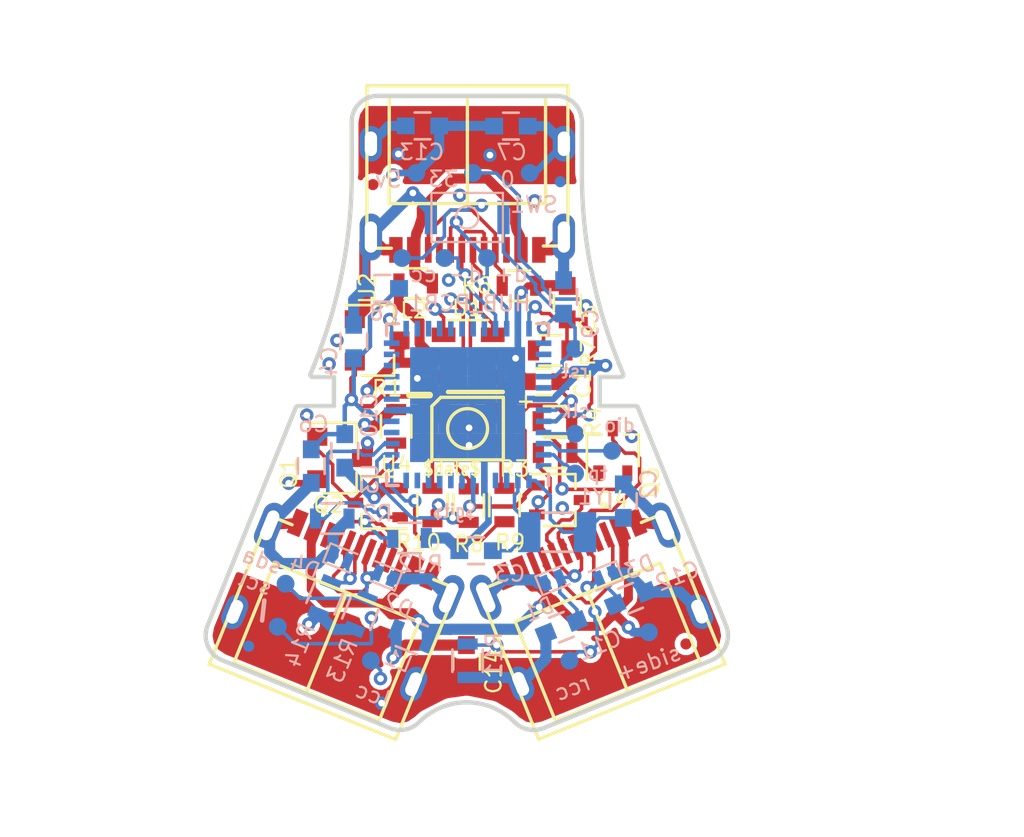
<source format=kicad_pcb>
(kicad_pcb (version 20170922) (host pcbnew "(2017-11-06 revision 3045509)-HEAD")
  (title_block (title "hub pcb 1") (date 2018-06-27) (rev 3) (company Dygma))
  (layers (0 F.Cu signal) (1 In1.Cu power) (2 In2.Cu power) (31 B.Cu signal) (34 B.Paste user hide) (35 F.Paste user hide) (36 B.SilkS user) (37 F.SilkS user) (38 B.Mask user) (39 F.Mask user) (44 Edge.Cuts user))
  (net 0 "")
  (net 1 Earth)
  (net 2 "Net-(C2-Pad2)")
  (net 3 +3V3)
  (net 4 +5V)
  (net 5 "Net-(J1-PadB8)")
  (net 6 "Net-(J1-PadA8)")
  (net 7 "Net-(J2-PadA8)")
  (net 8 "Net-(J2-PadB8)")
  (net 9 "Net-(J3-PadB8)")
  (net 10 "Net-(J3-PadA8)")
  (net 11 /usb-up_N)
  (net 12 /usb-up_P)
  (net 13 "Net-(J1-PadA4/B9)")
  (net 14 "Net-(C1-Pad2)")
  (net 15 "Net-(C3-Pad1)")
  (net 16 /dfp-l-cc)
  (net 17 /dfp-r-cc)
  (net 18 /swclk)
  (net 19 /swdio)
  (net 20 /reset)
  (net 21 "Net-(Q1-Pad1)")
  (net 22 /sda)
  (net 23 /scl)
  (net 24 "Net-(R8-Pad1)")
  (net 25 /pwm1_r)
  (net 26 "Net-(R9-Pad1)")
  (net 27 "Net-(R10-Pad1)")
  (net 28 /pwm1_g)
  (net 29 /pwm1_b)
  (net 30 "Net-(TP10-Pad1)")
  (net 31 "Net-(U3-Pad10)")
  (net 32 "Net-(U3-Pad19)")
  (net 33 "Net-(U3-Pad20)")
  (net 34 "Net-(U3-Pad21)")
  (net 35 "Net-(U3-Pad22)")
  (net 36 "Net-(U3-Pad23)")
  (net 37 "Net-(U3-Pad26)")
  (net 38 "Net-(U3-Pad30)")
  (net 39 "Net-(U3-Pad37)")
  (net 40 "Net-(U3-Pad38)")
  (net 41 "Net-(U3-Pad39)")
  (net 42 "Net-(U3-Pad41)")
  (net 43 "Net-(U3-Pad48)")
  (net 44 /side-power)
  (net 45 /side-switch)
  (net 46 "Net-(U3-Pad29)")
  (net 47 "Net-(U3-Pad28)")
  (net 48 "Net-(U3-Pad27)")
  (net 49 "Net-(U3-Pad25)")
  (net 50 "Net-(U3-Pad16)")
  (net 51 "Net-(U3-Pad12)")
  (net 52 "Net-(U3-Pad11)")
  (net 53 /ufp-cc)
  (net 54 "Net-(U3-Pad4)")
  (net 55 "Net-(U3-Pad3)")
  (net 56 /sda33)
  (net 57 /scl33)
  (net 58 /side-power-pre-ferrite)
  (net 59 "Net-(U3-Pad9)")
  (net 60 "Net-(U3-Pad8)")
  (net 61 "Net-(U3-Pad7)")
  (module raise_fp:sod882 (layer B.Cu) (at 145.8 113.5 202)
    (fp_text reference D1 (at 1.043299 -0.980575 202) (layer B.SilkS) (effects (font (size 0.7 0.7) (thickness 0.1)) (justify mirror)))
    (fp_text value ESD-diode)
    (pad 2 smd rect (at 0.35 0 202) (size 0.4 0.7) (layers B.Cu B.Paste B.Mask) (net 1 Earth))
    (pad 1 smd rect (at -0.35 0 202) (size 0.4 0.7) (layers B.Cu B.Paste B.Mask) (net 22 /sda))
  )
  (module raise_fp:sod882 (layer B.Cu) (at 138.3 113.3 338)
    (fp_text reference D2 (at 1.043299 0.980575 338) (layer B.SilkS) (effects (font (size 0.7 0.7) (thickness 0.1)) (justify mirror)))
    (fp_text value ESD-diode)
    (pad 2 smd rect (at 0.35 0 338) (size 0.4 0.7) (layers B.Cu B.Paste B.Mask) (net 1 Earth))
    (pad 1 smd rect (at -0.35 0 338) (size 0.4 0.7) (layers B.Cu B.Paste B.Mask) (net 22 /sda))
  )
  (module raise_fp:sod882 (layer B.Cu) (at 148.2 113.3 22)
    (fp_text reference D3 (at 1.540617 0.191036 22) (layer B.SilkS) (effects (font (size 0.7 0.7) (thickness 0.1)) (justify mirror)))
    (fp_text value ESD-diode)
    (pad 2 smd rect (at 0.35 0 22) (size 0.4 0.7) (layers B.Cu B.Paste B.Mask) (net 1 Earth))
    (pad 1 smd rect (at -0.35 0 22) (size 0.4 0.7) (layers B.Cu B.Paste B.Mask) (net 23 /scl))
  )
  (module raise_fp:sod882 (layer B.Cu) (at 136.3 112.5 158)
    (fp_text reference D4 (at 1.333652 -0.970244 158) (layer B.SilkS) (effects (font (size 0.7 0.7) (thickness 0.1)) (justify mirror)))
    (fp_text value ESD-diode)
    (pad 2 smd rect (at 0.35 0 158) (size 0.4 0.7) (layers B.Cu B.Paste B.Mask) (net 1 Earth))
    (pad 1 smd rect (at -0.35 0 158) (size 0.4 0.7) (layers B.Cu B.Paste B.Mask) (net 23 /scl))
  )
  (module raise_fp:C_0603 (layer B.Cu) (at 146.2 115.6 22)
    (fp_text reference C11 (at 1.276527 1.378578 22) (layer B.SilkS) (effects (font (size 0.7 0.7) (thickness 0.1)) (justify mirror)))
    (fp_text value "100pF ceramic, 100v, 10%")
    (pad 2 smd rect (at 0.75 0 22) (size 0.8 0.75) (layers B.Cu B.Paste B.Mask) (net 22 /sda))
    (pad 1 smd rect (at -0.75 0 22) (size 0.8 0.75) (layers B.Cu B.Paste B.Mask) (net 1 Earth))
  )
  (module raise_fp:C_0603 (layer B.Cu) (at 146.3 100.8 90)
    (fp_text reference C9 (at -1.2 1.2 90) (layer B.SilkS) (effects (font (size 0.7 0.7) (thickness 0.1)) (justify mirror)))
    (fp_text value "1uF, ceramic, 10v, 10%, x5r")
    (pad 1 smd rect (at -0.75 0 90) (size 0.8 0.75) (layers B.Cu B.Paste B.Mask) (net 20 /reset))
    (pad 2 smd rect (at 0.75 0 90) (size 0.8 0.75) (layers B.Cu B.Paste B.Mask) (net 1 Earth))
  )
  (module raise_fp:R_0603 (layer F.Cu) (at 138.8 106.6 270)
    (fp_text reference R1 (at -1.7 0.4 180) (layer F.SilkS) (effects (font (size 0.7 0.7) (thickness 0.1))))
    (fp_text value "10k, 125mW, 5%" hide)
    (pad 1 smd rect (at -0.75 0 270) (size 0.5 0.9) (layers F.Cu F.Paste F.Mask) (net 4 +5V))
    (pad 2 smd rect (at 0.75 0 270) (size 0.5 0.9) (layers F.Cu F.Paste F.Mask) (net 21 "Net-(Q1-Pad1)"))
  )
  (module raise_fp:SOT-23-6 (layer F.Cu) (at 142.025 103.45 180)
    (fp_text reference U1 (at 0.025 2.15 180) (layer F.SilkS) (effects (font (size 0.7 0.7) (thickness 0.1))))
    (fp_text value usblc6-4 hide)
    (pad 5 smd rect (at 1.1 0 180) (size 1.06 0.65) (layers F.Cu F.Paste F.Mask) (net 4 +5V))
    (pad 6 smd rect (at 1.1 -0.95 180) (size 1.06 0.65) (layers F.Cu F.Paste F.Mask) (net 57 /scl33))
    (pad 4 smd rect (at 1.1 0.95 180) (size 1.06 0.65) (layers F.Cu F.Paste F.Mask) (net 56 /sda33))
    (pad 3 smd rect (at -1.1 0.95 180) (size 1.06 0.65) (layers F.Cu F.Paste F.Mask) (net 12 /usb-up_P))
    (pad 2 smd rect (at -1.1 0 180) (size 1.06 0.65) (layers F.Cu F.Paste F.Mask) (net 1 Earth))
    (pad 1 smd rect (at -1.1 -0.95 180) (size 1.06 0.65) (layers F.Cu F.Paste F.Mask) (net 11 /usb-up_N))
  )
  (module raise_fp:SOT-323_SC-70 (layer F.Cu) (at 137.98 110.02 180)
    (fp_text reference Q2 (at 2.19 -0.1) (layer F.SilkS) (effects (font (size 0.7 0.7) (thickness 0.1))))
    (fp_text value "Q_NMOS_GSD 1Amp" hide)
    (pad 3 smd rect (at 1 0 90) (size 0.45 0.7) (layers F.Cu F.Paste F.Mask) (net 21 "Net-(Q1-Pad1)"))
    (pad 2 smd rect (at -1 0.65 90) (size 0.45 0.7) (layers F.Cu F.Paste F.Mask) (net 1 Earth))
    (pad 1 smd rect (at -1 -0.65 90) (size 0.45 0.7) (layers F.Cu F.Paste F.Mask) (net 45 /side-switch))
  )
  (module raise_fp:R_0603 (layer F.Cu) (at 140.425 110.125 270)
    (fp_text reference R10 (at 1.675 0.625) (layer F.SilkS) (effects (font (size 0.7 0.7) (thickness 0.1))))
    (fp_text value "42.2R, 125mW, 5%" hide)
    (pad 1 smd rect (at -0.75 0 270) (size 0.5 0.9) (layers F.Cu F.Paste F.Mask) (net 27 "Net-(R10-Pad1)"))
    (pad 2 smd rect (at 0.75 0 270) (size 0.5 0.9) (layers F.Cu F.Paste F.Mask) (net 29 /pwm1_b))
  )
  (module raise_fp:R_0603 (layer F.Cu) (at 143.65 110.125 270)
    (fp_text reference R9 (at 1.675 -0.25 180) (layer F.SilkS) (effects (font (size 0.7 0.7) (thickness 0.1))))
    (fp_text value "42.2R, 125mW, 5%" hide)
    (pad 1 smd rect (at -0.75 0 270) (size 0.5 0.9) (layers F.Cu F.Paste F.Mask) (net 26 "Net-(R9-Pad1)"))
    (pad 2 smd rect (at 0.75 0 270) (size 0.5 0.9) (layers F.Cu F.Paste F.Mask) (net 28 /pwm1_g))
  )
  (module raise_fp:usb-c-16smt (layer F.Cu) (at 137.144765 112.653688 338)
    (fp_text reference J2 hide)
    (fp_text value USB_C_Receptacle_16pin hide)
    (pad S1 thru_hole oval (at -4.32 4.18 338) (size 1 1.6) (drill oval 0.55 1.1) (layers *.Cu *.Mask F.Paste) (net 1 Earth))
    (pad S4 thru_hole oval (at 4.32 4.18 338) (size 1 1.6) (drill oval 0.55 1.1) (layers *.Cu *.Mask F.Paste) (net 1 Earth))
    (pad S2 thru_hole oval (at -4.32 0 338) (size 1 2.1) (drill oval 0.55 1.4) (layers *.Cu *.Mask F.Paste) (net 1 Earth))
    (pad S3 thru_hole oval (at 4.32 0 338) (size 1 2.1) (drill oval 0.55 1.4) (layers *.Cu *.Mask F.Paste) (net 1 Earth))
    (pad A1/B12 smd rect (at -3.2 -0.575 338) (size 0.6 1.15) (layers F.Cu F.Paste F.Mask) (net 1 Earth))
    (pad A4/B9 smd rect (at -2.4 -0.575001 338) (size 0.6 1.15) (layers F.Cu F.Paste F.Mask) (net 44 /side-power))
    (pad B8 smd rect (at -1.75 -0.575 338) (size 0.3 1.15) (layers F.Cu F.Paste F.Mask) (net 8 "Net-(J2-PadB8)"))
    (pad A5 smd rect (at -1.25 -0.575 338) (size 0.3 1.15) (layers F.Cu F.Paste F.Mask) (net 16 /dfp-l-cc))
    (pad B7 smd rect (at -0.75 -0.575 338) (size 0.3 1.15) (layers F.Cu F.Paste F.Mask) (net 22 /sda))
    (pad A6 smd rect (at -0.25 -0.575 338) (size 0.3 1.15) (layers F.Cu F.Paste F.Mask) (net 23 /scl))
    (pad B1/A12 smd rect (at 3.2 -0.575 338) (size 0.6 1.15) (layers F.Cu F.Paste F.Mask) (net 1 Earth))
    (pad B6 smd rect (at 0.75 -0.575 338) (size 0.3 1.15) (layers F.Cu F.Paste F.Mask) (net 23 /scl))
    (pad A7 smd rect (at 0.25 -0.575 338) (size 0.3 1.15) (layers F.Cu F.Paste F.Mask) (net 22 /sda))
    (pad B5 smd rect (at 1.75 -0.575 338) (size 0.3 1.15) (layers F.Cu F.Paste F.Mask) (net 16 /dfp-l-cc))
    (pad A8 smd rect (at 1.250001 -0.575 338) (size 0.3 1.15) (layers F.Cu F.Paste F.Mask) (net 7 "Net-(J2-PadA8)"))
    (pad B4/A9 smd rect (at 2.4 -0.575 338) (size 0.6 1.15) (layers F.Cu F.Paste F.Mask) (net 44 /side-power))
    (pad "" np_thru_hole circle (at 2.89 0.5 338) (size 0.6 0.6) (drill 0.6) (layers *.Cu *.Mask))
    (pad "" np_thru_hole circle (at -2.89 0.5 338) (size 0.6 0.6) (drill 0.6) (layers *.Cu *.Mask))
  )
  (module raise_fp:usb-c-16smt (layer F.Cu) (at 141.99 98.12 180)
    (fp_text reference J1 hide)
    (fp_text value USB_C_Receptacle_16pin hide)
    (pad S1 thru_hole oval (at -4.32 4.18 180) (size 1 1.6) (drill oval 0.55 1.1) (layers *.Cu *.Mask F.Paste) (net 1 Earth))
    (pad S4 thru_hole oval (at 4.32 4.18 180) (size 1 1.6) (drill oval 0.55 1.1) (layers *.Cu *.Mask F.Paste) (net 1 Earth))
    (pad S2 thru_hole oval (at -4.32 0 180) (size 1 2.1) (drill oval 0.55 1.4) (layers *.Cu *.Mask F.Paste) (net 1 Earth))
    (pad S3 thru_hole oval (at 4.32 0 180) (size 1 2.1) (drill oval 0.55 1.4) (layers *.Cu *.Mask F.Paste) (net 1 Earth))
    (pad A1/B12 smd rect (at -3.2 -0.575 180) (size 0.6 1.15) (layers F.Cu F.Paste F.Mask) (net 1 Earth))
    (pad A4/B9 smd rect (at -2.4 -0.575001 180) (size 0.6 1.15) (layers F.Cu F.Paste F.Mask) (net 13 "Net-(J1-PadA4/B9)"))
    (pad B8 smd rect (at -1.75 -0.575 180) (size 0.3 1.15) (layers F.Cu F.Paste F.Mask) (net 5 "Net-(J1-PadB8)"))
    (pad A5 smd rect (at -1.25 -0.575 180) (size 0.3 1.15) (layers F.Cu F.Paste F.Mask) (net 53 /ufp-cc))
    (pad B7 smd rect (at -0.75 -0.575 180) (size 0.3 1.15) (layers F.Cu F.Paste F.Mask) (net 11 /usb-up_N))
    (pad A6 smd rect (at -0.25 -0.575 180) (size 0.3 1.15) (layers F.Cu F.Paste F.Mask) (net 12 /usb-up_P))
    (pad B1/A12 smd rect (at 3.2 -0.575 180) (size 0.6 1.15) (layers F.Cu F.Paste F.Mask) (net 1 Earth))
    (pad B6 smd rect (at 0.75 -0.575 180) (size 0.3 1.15) (layers F.Cu F.Paste F.Mask) (net 12 /usb-up_P))
    (pad A7 smd rect (at 0.25 -0.575 180) (size 0.3 1.15) (layers F.Cu F.Paste F.Mask) (net 11 /usb-up_N))
    (pad B5 smd rect (at 1.75 -0.575 180) (size 0.3 1.15) (layers F.Cu F.Paste F.Mask) (net 53 /ufp-cc))
    (pad A8 smd rect (at 1.250001 -0.575 180) (size 0.3 1.15) (layers F.Cu F.Paste F.Mask) (net 6 "Net-(J1-PadA8)"))
    (pad B4/A9 smd rect (at 2.4 -0.575 180) (size 0.6 1.15) (layers F.Cu F.Paste F.Mask) (net 13 "Net-(J1-PadA4/B9)"))
    (pad "" np_thru_hole circle (at 2.89 0.5 180) (size 0.6 0.6) (drill 0.6) (layers *.Cu *.Mask))
    (pad "" np_thru_hole circle (at -2.89 0.5 180) (size 0.6 0.6) (drill 0.6) (layers *.Cu *.Mask))
  )
  (module raise_fp:usb-c-16smt (layer F.Cu) (at 146.815235 112.643688 22)
    (fp_text reference J3 hide)
    (fp_text value USB_C_Receptacle_16pin hide)
    (pad S1 thru_hole oval (at -4.32 4.18 22) (size 1 1.6) (drill oval 0.55 1.1) (layers *.Cu *.Mask F.Paste) (net 1 Earth))
    (pad S4 thru_hole oval (at 4.32 4.18 22) (size 1 1.6) (drill oval 0.55 1.1) (layers *.Cu *.Mask F.Paste) (net 1 Earth))
    (pad S2 thru_hole oval (at -4.32 0 22) (size 1 2.1) (drill oval 0.55 1.4) (layers *.Cu *.Mask F.Paste) (net 1 Earth))
    (pad S3 thru_hole oval (at 4.32 0 22) (size 1 2.1) (drill oval 0.55 1.4) (layers *.Cu *.Mask F.Paste) (net 1 Earth))
    (pad A1/B12 smd rect (at -3.2 -0.575 22) (size 0.6 1.15) (layers F.Cu F.Paste F.Mask) (net 1 Earth))
    (pad A4/B9 smd rect (at -2.4 -0.575001 22) (size 0.6 1.15) (layers F.Cu F.Paste F.Mask) (net 44 /side-power))
    (pad B8 smd rect (at -1.75 -0.575 22) (size 0.3 1.15) (layers F.Cu F.Paste F.Mask) (net 9 "Net-(J3-PadB8)"))
    (pad A5 smd rect (at -1.250001 -0.575 22) (size 0.3 1.15) (layers F.Cu F.Paste F.Mask) (net 17 /dfp-r-cc))
    (pad B7 smd rect (at -0.75 -0.575 22) (size 0.3 1.15) (layers F.Cu F.Paste F.Mask) (net 22 /sda))
    (pad A6 smd rect (at -0.25 -0.575 22) (size 0.3 1.15) (layers F.Cu F.Paste F.Mask) (net 23 /scl))
    (pad B1/A12 smd rect (at 3.2 -0.575 22) (size 0.6 1.15) (layers F.Cu F.Paste F.Mask) (net 1 Earth))
    (pad B6 smd rect (at 0.75 -0.575 22) (size 0.3 1.15) (layers F.Cu F.Paste F.Mask) (net 23 /scl))
    (pad A7 smd rect (at 0.25 -0.575 22) (size 0.3 1.15) (layers F.Cu F.Paste F.Mask) (net 22 /sda))
    (pad B5 smd rect (at 1.75 -0.575 22) (size 0.3 1.15) (layers F.Cu F.Paste F.Mask) (net 17 /dfp-r-cc))
    (pad A8 smd rect (at 1.250001 -0.575 22) (size 0.3 1.15) (layers F.Cu F.Paste F.Mask) (net 10 "Net-(J3-PadA8)"))
    (pad B4/A9 smd rect (at 2.4 -0.575001 22) (size 0.6 1.15) (layers F.Cu F.Paste F.Mask) (net 44 /side-power))
    (pad "" np_thru_hole circle (at 2.89 0.5 22) (size 0.6 0.6) (drill 0.6) (layers *.Cu *.Mask))
    (pad "" np_thru_hole circle (at -2.89 0.5 22) (size 0.6 0.6) (drill 0.6) (layers *.Cu *.Mask))
  )
  (module raise_fp:testpoint (layer B.Cu) (at 148.463 107.696)
    (fp_text reference TP14 hide)
    (fp_text value TEST)
    (pad 1 smd circle (at 0 0) (size 0.8 0.8) (layers B.Cu B.Mask) (net 19 /swdio))
  )
  (module raise_fp:testpoint (layer B.Cu) (at 146.812 108.712)
    (fp_text reference TP10 hide)
    (fp_text value TEST hide)
    (pad 1 smd circle (at 0 0) (size 0.8 0.8) (layers B.Cu B.Mask) (net 30 "Net-(TP10-Pad1)"))
  )
  (module raise_fp:testpoint (layer B.Cu) (at 146.812 106.934)
    (fp_text reference TP11 hide)
    (fp_text value TEST)
    (pad 1 smd circle (at 0 0) (size 0.8 0.8) (layers B.Cu B.Mask) (net 18 /swclk))
  )
  (module raise_fp:testpoint (layer B.Cu) (at 146.812 103.124)
    (fp_text reference TP15 hide)
    (fp_text value TEST)
    (pad 1 smd circle (at 0 0) (size 0.8 0.8) (layers B.Cu B.Mask) (net 20 /reset))
  )
  (module raise_fp:testpoint (layer B.Cu) (at 140.97 99.06 90)
    (fp_text reference TP3 hide)
    (fp_text value TEST hide)
    (pad 1 smd circle (at 0 0 90) (size 0.8 0.8) (layers B.Cu B.Mask) (net 11 /usb-up_N))
  )
  (module raise_fp:testpoint (layer B.Cu) (at 142.875 99.06 90)
    (fp_text reference TP4 hide)
    (fp_text value TEST hide)
    (pad 1 smd circle (at 0 0 90) (size 0.8 0.8) (layers B.Cu B.Mask) (net 12 /usb-up_P))
  )
  (module raise_fp:testpoint (layer B.Cu) (at 142.24 95.25)
    (fp_text reference TP13 hide)
    (fp_text value TEST hide)
    (pad 1 smd circle (at 0 0) (size 0.8 0.8) (layers B.Cu B.Mask) (net 3 +3V3))
  )
  (module raise_fp:testpoint (layer B.Cu) (at 144.78 95.25)
    (fp_text reference TP8 hide)
    (fp_text value TEST hide)
    (pad 1 smd circle (at 0 0) (size 0.8 0.8) (layers B.Cu B.Mask) (net 1 Earth))
  )
  (module raise_fp:testpoint (layer B.Cu) (at 139.7 95.25)
    (fp_text reference TP5 hide)
    (fp_text value TEST hide)
    (pad 1 smd circle (at 0 0) (size 0.8 0.8) (layers B.Cu B.Mask) (net 4 +5V))
  )
  (module raise_fp:testpoint (layer B.Cu) (at 139.065 99.06)
    (fp_text reference TP1 hide)
    (fp_text value TEST hide)
    (pad 1 smd circle (at 0 0) (size 0.8 0.8) (layers B.Cu B.Mask) (net 53 /ufp-cc))
  )
  (module raise_fp:testpoint (layer B.Cu) (at 146.558 117.094)
    (fp_text reference TP2 hide)
    (fp_text value TEST hide)
    (pad 1 smd circle (at 0 0) (size 0.8 0.8) (layers B.Cu B.Mask) (net 17 /dfp-r-cc))
  )
  (module raise_fp:testpoint (layer B.Cu) (at 137.668 117.094)
    (fp_text reference TP6 hide)
    (fp_text value TEST hide)
    (pad 1 smd circle (at 0 0) (size 0.8 0.8) (layers B.Cu B.Mask) (net 16 /dfp-l-cc))
  )
  (module raise_fp:testpoint (layer B.Cu) (at 150.114 115.824)
    (fp_text reference TP7 hide)
    (fp_text value TEST hide)
    (pad 1 smd circle (at 0 0) (size 0.8 0.8) (layers B.Cu B.Mask) (net 44 /side-power))
  )
  (module raise_fp:testpoint (layer B.Cu) (at 133.85 113.65)
    (fp_text reference TP9 hide)
    (fp_text value TEST hide)
    (pad 1 smd circle (at 0 0) (size 0.8 0.8) (layers B.Cu B.Mask) (net 22 /sda))
  )
  (module raise_fp:testpoint (layer B.Cu) (at 133.5 115.575)
    (fp_text reference TP12 hide)
    (fp_text value TEST hide)
    (pad 1 smd circle (at 0 0) (size 0.8 0.8) (layers B.Cu B.Mask) (net 23 /scl))
  )
  (module raise_fp:Crystal_SMD_3215-2pin_3.2x1.5mm (layer B.Cu) (at 146.01 111.34)
    (fp_text reference Y1 (at 1.55 -1.6) (layer B.SilkS) (effects (font (size 0.7 0.7) (thickness 0.1)) (justify mirror)))
    (fp_text value 32.768khz hide)
    (pad 2 smd rect (at -1.25 0) (size 1 1.8) (layers B.Cu B.Paste B.Mask) (net 15 "Net-(C3-Pad1)"))
    (pad 1 smd rect (at 1.25 0) (size 1 1.8) (layers B.Cu B.Paste B.Mask) (net 2 "Net-(C2-Pad2)"))
  )
  (module raise_fp:reset-button (layer B.Cu) (at 141.98 97.24)
    (fp_text reference SW1 (at 2.99 -0.57) (layer B.SilkS) (effects (font (size 0.7 0.7) (thickness 0.1)) (justify mirror)))
    (fp_text value SW_Push)
    (pad 2 smd rect (at 1.625 0) (size 0.55 1.5) (layers B.Cu B.Paste B.Mask) (net 20 /reset))
    (pad 1 smd rect (at -1.625 0) (size 0.55 1.5) (layers B.Cu B.Paste B.Mask) (net 1 Earth))
  )
  (module raise_fp:SOT-23 (layer F.Cu) (at 136.27 108.02)
    (fp_text reference Q1 (at -2.27 0.68 -90) (layer F.SilkS) (effects (font (size 0.7 0.7) (thickness 0.1))))
    (fp_text value "PMOS, -3.6A, 0.02R" hide)
    (pad 1 smd rect (at -1 -0.95) (size 0.9 0.8) (layers F.Cu F.Paste F.Mask) (net 21 "Net-(Q1-Pad1)"))
    (pad 2 smd rect (at -1 0.95) (size 0.9 0.8) (layers F.Cu F.Paste F.Mask) (net 4 +5V))
    (pad 3 smd rect (at 1 0) (size 0.9 0.8) (layers F.Cu F.Paste F.Mask) (net 58 /side-power-pre-ferrite))
  )
  (module raise_fp:QFN-48-1EP_7x7mm_Pitch0.5mm (layer B.Cu) (at 142 105.625 90)
    (fp_text reference U3 (at -3.335 -4.36 270) (layer B.SilkS) (effects (font (size 0.7 0.7) (thickness 0.1)) (justify mirror)))
    (fp_text value samd21g hide)
    (pad 49 smd rect (at -1.93125 1.93125 90) (size 1.2875 1.2875) (layers B.Cu B.Paste B.Mask) (net 1 Earth))
    (pad 49 smd rect (at -1.93125 0.64375 90) (size 1.2875 1.2875) (layers B.Cu B.Paste B.Mask) (net 1 Earth))
    (pad 49 smd rect (at -1.93125 -0.64375 90) (size 1.2875 1.2875) (layers B.Cu B.Paste B.Mask) (net 1 Earth))
    (pad 49 smd rect (at -1.93125 -1.93125 90) (size 1.2875 1.2875) (layers B.Cu B.Paste B.Mask) (net 1 Earth))
    (pad 49 smd rect (at -0.64375 1.93125 90) (size 1.2875 1.2875) (layers B.Cu B.Paste B.Mask) (net 1 Earth))
    (pad 49 smd rect (at -0.64375 0.64375 90) (size 1.2875 1.2875) (layers B.Cu B.Paste B.Mask) (net 1 Earth))
    (pad 49 smd rect (at -0.64375 -0.64375 90) (size 1.2875 1.2875) (layers B.Cu B.Paste B.Mask) (net 1 Earth))
    (pad 49 smd rect (at -0.64375 -1.93125 90) (size 1.2875 1.2875) (layers B.Cu B.Paste B.Mask) (net 1 Earth))
    (pad 49 smd rect (at 0.64375 1.93125 90) (size 1.2875 1.2875) (layers B.Cu B.Paste B.Mask) (net 1 Earth))
    (pad 49 smd rect (at 0.64375 0.64375 90) (size 1.2875 1.2875) (layers B.Cu B.Paste B.Mask) (net 1 Earth))
    (pad 49 smd rect (at 0.64375 -0.64375 90) (size 1.2875 1.2875) (layers B.Cu B.Paste B.Mask) (net 1 Earth))
    (pad 49 smd rect (at 0.64375 -1.93125 90) (size 1.2875 1.2875) (layers B.Cu B.Paste B.Mask) (net 1 Earth))
    (pad 49 smd rect (at 1.93125 1.93125 90) (size 1.2875 1.2875) (layers B.Cu B.Paste B.Mask) (net 1 Earth))
    (pad 49 smd rect (at 1.93125 0.64375 90) (size 1.2875 1.2875) (layers B.Cu B.Paste B.Mask) (net 1 Earth))
    (pad 49 smd rect (at 1.93125 -0.64375 90) (size 1.2875 1.2875) (layers B.Cu B.Paste B.Mask) (net 1 Earth))
    (pad 49 smd rect (at 1.93125 -1.93125 90) (size 1.2875 1.2875) (layers B.Cu B.Paste B.Mask) (net 1 Earth))
    (pad 48 smd rect (at -2.75 3.4) (size 0.7 0.25) (layers B.Cu B.Paste B.Mask) (net 43 "Net-(U3-Pad48)"))
    (pad 47 smd rect (at -2.25 3.4) (size 0.7 0.25) (layers B.Cu B.Paste B.Mask) (net 30 "Net-(TP10-Pad1)"))
    (pad 46 smd rect (at -1.75 3.4) (size 0.7 0.25) (layers B.Cu B.Paste B.Mask) (net 19 /swdio))
    (pad 45 smd rect (at -1.25 3.4) (size 0.7 0.25) (layers B.Cu B.Paste B.Mask) (net 18 /swclk))
    (pad 44 smd rect (at -0.75 3.4) (size 0.7 0.25) (layers B.Cu B.Paste B.Mask) (net 3 +3V3))
    (pad 43 smd rect (at -0.25 3.4) (size 0.7 0.25) (layers B.Cu B.Paste B.Mask) (net 14 "Net-(C1-Pad2)"))
    (pad 42 smd rect (at 0.25 3.4) (size 0.7 0.25) (layers B.Cu B.Paste B.Mask) (net 1 Earth))
    (pad 41 smd rect (at 0.75 3.4) (size 0.7 0.25) (layers B.Cu B.Paste B.Mask) (net 42 "Net-(U3-Pad41)"))
    (pad 40 smd rect (at 1.25 3.4) (size 0.7 0.25) (layers B.Cu B.Paste B.Mask) (net 20 /reset))
    (pad 39 smd rect (at 1.75 3.4) (size 0.7 0.25) (layers B.Cu B.Paste B.Mask) (net 41 "Net-(U3-Pad39)"))
    (pad 38 smd rect (at 2.25 3.4) (size 0.7 0.25) (layers B.Cu B.Paste B.Mask) (net 40 "Net-(U3-Pad38)"))
    (pad 37 smd rect (at 2.75 3.4) (size 0.7 0.25) (layers B.Cu B.Paste B.Mask) (net 39 "Net-(U3-Pad37)"))
    (pad 36 smd rect (at 3.4 2.75 90) (size 0.7 0.25) (layers B.Cu B.Paste B.Mask) (net 3 +3V3))
    (pad 35 smd rect (at 3.4 2.25 90) (size 0.7 0.25) (layers B.Cu B.Paste B.Mask) (net 1 Earth))
    (pad 34 smd rect (at 3.4 1.75 90) (size 0.7 0.25) (layers B.Cu B.Paste B.Mask) (net 12 /usb-up_P))
    (pad 33 smd rect (at 3.4 1.25 90) (size 0.7 0.25) (layers B.Cu B.Paste B.Mask) (net 11 /usb-up_N))
    (pad 32 smd rect (at 3.4 0.75 90) (size 0.7 0.25) (layers B.Cu B.Paste B.Mask) (net 57 /scl33))
    (pad 31 smd rect (at 3.4 0.25 90) (size 0.7 0.25) (layers B.Cu B.Paste B.Mask) (net 56 /sda33))
    (pad 30 smd rect (at 3.4 -0.25 90) (size 0.7 0.25) (layers B.Cu B.Paste B.Mask) (net 38 "Net-(U3-Pad30)"))
    (pad 29 smd rect (at 3.4 -0.75 90) (size 0.7 0.25) (layers B.Cu B.Paste B.Mask) (net 46 "Net-(U3-Pad29)"))
    (pad 28 smd rect (at 3.4 -1.25 90) (size 0.7 0.25) (layers B.Cu B.Paste B.Mask) (net 47 "Net-(U3-Pad28)"))
    (pad 27 smd rect (at 3.4 -1.75 90) (size 0.7 0.25) (layers B.Cu B.Paste B.Mask) (net 48 "Net-(U3-Pad27)"))
    (pad 26 smd rect (at 3.4 -2.25 90) (size 0.7 0.25) (layers B.Cu B.Paste B.Mask) (net 37 "Net-(U3-Pad26)"))
    (pad 25 smd rect (at 3.4 -2.75 90) (size 0.7 0.25) (layers B.Cu B.Paste B.Mask) (net 49 "Net-(U3-Pad25)"))
    (pad 24 smd rect (at 2.75 -3.4) (size 0.7 0.25) (layers B.Cu B.Paste B.Mask) (net 29 /pwm1_b))
    (pad 23 smd rect (at 2.25 -3.4) (size 0.7 0.25) (layers B.Cu B.Paste B.Mask) (net 36 "Net-(U3-Pad23)"))
    (pad 22 smd rect (at 1.75 -3.4) (size 0.7 0.25) (layers B.Cu B.Paste B.Mask) (net 35 "Net-(U3-Pad22)"))
    (pad 21 smd rect (at 1.25 -3.4) (size 0.7 0.25) (layers B.Cu B.Paste B.Mask) (net 34 "Net-(U3-Pad21)"))
    (pad 20 smd rect (at 0.75 -3.4) (size 0.7 0.25) (layers B.Cu B.Paste B.Mask) (net 33 "Net-(U3-Pad20)"))
    (pad 19 smd rect (at 0.25 -3.4) (size 0.7 0.25) (layers B.Cu B.Paste B.Mask) (net 32 "Net-(U3-Pad19)"))
    (pad 18 smd rect (at -0.25 -3.4) (size 0.7 0.25) (layers B.Cu B.Paste B.Mask) (net 1 Earth))
    (pad 17 smd rect (at -0.75 -3.4) (size 0.7 0.25) (layers B.Cu B.Paste B.Mask) (net 3 +3V3))
    (pad 16 smd rect (at -1.25 -3.4) (size 0.7 0.25) (layers B.Cu B.Paste B.Mask) (net 50 "Net-(U3-Pad16)"))
    (pad 15 smd rect (at -1.75 -3.4) (size 0.7 0.25) (layers B.Cu B.Paste B.Mask) (net 45 /side-switch))
    (pad 14 smd rect (at -2.25 -3.4) (size 0.7 0.25) (layers B.Cu B.Paste B.Mask) (net 25 /pwm1_r))
    (pad 13 smd rect (at -2.75 -3.4) (size 0.7 0.25) (layers B.Cu B.Paste B.Mask) (net 28 /pwm1_g))
    (pad 12 smd rect (at -3.4 -2.75 90) (size 0.7 0.25) (layers B.Cu B.Paste B.Mask) (net 51 "Net-(U3-Pad12)"))
    (pad 11 smd rect (at -3.4 -2.25 90) (size 0.7 0.25) (layers B.Cu B.Paste B.Mask) (net 52 "Net-(U3-Pad11)"))
    (pad 10 smd rect (at -3.4 -1.75 90) (size 0.7 0.25) (layers B.Cu B.Paste B.Mask) (net 31 "Net-(U3-Pad10)"))
    (pad 9 smd rect (at -3.4 -1.25 90) (size 0.7 0.25) (layers B.Cu B.Paste B.Mask) (net 59 "Net-(U3-Pad9)"))
    (pad 8 smd rect (at -3.4 -0.75 90) (size 0.7 0.25) (layers B.Cu B.Paste B.Mask) (net 60 "Net-(U3-Pad8)"))
    (pad 7 smd rect (at -3.4 -0.25 90) (size 0.7 0.25) (layers B.Cu B.Paste B.Mask) (net 61 "Net-(U3-Pad7)"))
    (pad 6 smd rect (at -3.4 0.25 90) (size 0.7 0.25) (layers B.Cu B.Paste B.Mask) (net 3 +3V3))
    (pad 5 smd rect (at -3.4 0.75 90) (size 0.7 0.25) (layers B.Cu B.Paste B.Mask) (net 1 Earth))
    (pad 4 smd rect (at -3.4 1.25 90) (size 0.7 0.25) (layers B.Cu B.Paste B.Mask) (net 54 "Net-(U3-Pad4)"))
    (pad 3 smd rect (at -3.4 1.75 90) (size 0.7 0.25) (layers B.Cu B.Paste B.Mask) (net 55 "Net-(U3-Pad3)"))
    (pad 2 smd rect (at -3.4 2.25 90) (size 0.7 0.25) (layers B.Cu B.Paste B.Mask) (net 15 "Net-(C3-Pad1)"))
    (pad 1 smd rect (at -3.4 2.75 90) (size 0.7 0.25) (layers B.Cu B.Paste B.Mask) (net 2 "Net-(C2-Pad2)"))
  )
  (module raise_fp:R_0603 (layer F.Cu) (at 139.675 100.2 180)
    (fp_text reference L2 (at 0.075 -1.2 180) (layer F.SilkS) (effects (font (size 0.7 0.7) (thickness 0.1))))
    (fp_text value "inductor 470R at 100M, 1A" hide)
    (pad 1 smd rect (at -0.75 0 180) (size 0.5 0.9) (layers F.Cu F.Paste F.Mask) (net 13 "Net-(J1-PadA4/B9)"))
    (pad 2 smd rect (at 0.75 0 180) (size 0.5 0.9) (layers F.Cu F.Paste F.Mask) (net 4 +5V))
  )
  (module raise_fp:R_0603 (layer B.Cu) (at 139.5 116 338)
    (fp_text reference L1 (at -0.144243 1.244666 158) (layer B.SilkS) (effects (font (size 0.7 0.7) (thickness 0.1)) (justify mirror)))
    (fp_text value "inductor 470R at 100M, 1A" hide)
    (pad 1 smd rect (at -0.75 0 338) (size 0.5 0.9) (layers B.Cu B.Paste B.Mask) (net 58 /side-power-pre-ferrite))
    (pad 2 smd rect (at 0.75 0 338) (size 0.5 0.9) (layers B.Cu B.Paste B.Mask) (net 44 /side-power))
  )
  (module raise_fp:R_0603 (layer F.Cu) (at 142.05 110.15 270)
    (fp_text reference R8 (at 1.725 -0.025 180) (layer F.SilkS) (effects (font (size 0.7 0.7) (thickness 0.1))))
    (fp_text value "180R, 125mW, 5%" hide)
    (pad 1 smd rect (at -0.75 0 270) (size 0.5 0.9) (layers F.Cu F.Paste F.Mask) (net 24 "Net-(R8-Pad1)"))
    (pad 2 smd rect (at 0.75 0 270) (size 0.5 0.9) (layers F.Cu F.Paste F.Mask) (net 25 /pwm1_r))
  )
  (module raise_fp:R_0603 (layer F.Cu) (at 144.3 100.3)
    (fp_text reference R6 (at -1.9 0 180) (layer F.SilkS) (effects (font (size 0.7 0.7) (thickness 0.1))))
    (fp_text value "5.1k, 125mW, 5%" hide)
    (pad 1 smd rect (at -0.75 0) (size 0.5 0.9) (layers F.Cu F.Paste F.Mask) (net 53 /ufp-cc))
    (pad 2 smd rect (at 0.75 0) (size 0.5 0.9) (layers F.Cu F.Paste F.Mask) (net 1 Earth))
  )
  (module raise_fp:C_0603 (layer B.Cu) (at 142.38 112.17 180)
    (fp_text reference C3 (at -1.52 -1.03 180) (layer B.SilkS) (effects (font (size 0.7 0.7) (thickness 0.1)) (justify mirror)))
    (fp_text value "20pF, ceramic, 100v, 5%" hide)
    (pad 1 smd rect (at -0.75 0 180) (size 0.8 0.75) (layers B.Cu B.Paste B.Mask) (net 15 "Net-(C3-Pad1)"))
    (pad 2 smd rect (at 0.75 0 180) (size 0.8 0.75) (layers B.Cu B.Paste B.Mask) (net 1 Earth))
  )
  (module raise_fp:C_0603 (layer B.Cu) (at 138.18 100.42 180)
    (fp_text reference C8 (at -0.09 -1.08 180) (layer B.SilkS) (effects (font (size 0.7 0.7) (thickness 0.1)) (justify mirror)))
    (fp_text value "10uF, ceramic, 10v, 10%, x5r" hide)
    (pad 1 smd rect (at -0.75 0 180) (size 0.8 0.75) (layers B.Cu B.Paste B.Mask) (net 3 +3V3))
    (pad 2 smd rect (at 0.75 0 180) (size 0.8 0.75) (layers B.Cu B.Paste B.Mask) (net 1 Earth))
  )
  (module raise_fp:C_0603 (layer B.Cu) (at 136.9 102.8 90)
    (fp_text reference C4 (at -0.9 -1.1 -90) (layer B.SilkS) (effects (font (size 0.7 0.7) (thickness 0.1)) (justify mirror)))
    (fp_text value "1uF, ceramic, 10v, 10%, x5r" hide)
    (pad 1 smd rect (at -0.75 0 90) (size 0.8 0.75) (layers B.Cu B.Paste B.Mask) (net 3 +3V3))
    (pad 2 smd rect (at 0.75 0 90) (size 0.8 0.75) (layers B.Cu B.Paste B.Mask) (net 1 Earth))
  )
  (module raise_fp:C_0603 (layer B.Cu) (at 143.94 93.15)
    (fp_text reference C7 (at 0.03 1.17) (layer B.SilkS) (effects (font (size 0.7 0.7) (thickness 0.1)) (justify mirror)))
    (fp_text value "10uF, ceramic, 10v, 10%, x5r" hide)
    (pad 1 smd rect (at -0.75 0) (size 0.8 0.75) (layers B.Cu B.Paste B.Mask) (net 4 +5V))
    (pad 2 smd rect (at 0.75 0) (size 0.8 0.75) (layers B.Cu B.Paste B.Mask) (net 1 Earth))
  )
  (module raise_fp:C_0603 (layer B.Cu) (at 148.97 109.95 270)
    (fp_text reference C2 (at -0.75 -1.13 270) (layer B.SilkS) (effects (font (size 0.7 0.7) (thickness 0.1)) (justify mirror)))
    (fp_text value "20pF, ceramic, 100v, 5%" hide)
    (pad 1 smd rect (at -0.75 0 270) (size 0.8 0.75) (layers B.Cu B.Paste B.Mask) (net 1 Earth))
    (pad 2 smd rect (at 0.75 0 270) (size 0.8 0.75) (layers B.Cu B.Paste B.Mask) (net 2 "Net-(C2-Pad2)"))
  )
  (module raise_fp:C_0603 (layer F.Cu) (at 145.4 104.6)
    (fp_text reference C1 (at 1.76 0.08 -90) (layer F.SilkS) (effects (font (size 0.7 0.7) (thickness 0.1))))
    (fp_text value "1uF, ceramic, 10v, 10%, x5r" hide)
    (pad 1 smd rect (at -0.75 0) (size 0.8 0.75) (layers F.Cu F.Paste F.Mask) (net 1 Earth))
    (pad 2 smd rect (at 0.75 0) (size 0.8 0.75) (layers F.Cu F.Paste F.Mask) (net 14 "Net-(C1-Pad2)"))
  )
  (module raise_fp:C_0603 (layer B.Cu) (at 135 108.38 270)
    (fp_text reference C6 (at -1.88 -0.1 180) (layer B.SilkS) (effects (font (size 0.7 0.7) (thickness 0.1)) (justify mirror)))
    (fp_text value "1uF, ceramic, 10v, 10%, x5r" hide)
    (pad 1 smd rect (at -0.75 0 270) (size 0.8 0.75) (layers B.Cu B.Paste B.Mask) (net 3 +3V3))
    (pad 2 smd rect (at 0.75 0 270) (size 0.8 0.75) (layers B.Cu B.Paste B.Mask) (net 1 Earth))
  )
  (module raise_fp:C_0603 (layer F.Cu) (at 146.46 101.06 90)
    (fp_text reference C5 (at -0.74 0.94 270) (layer F.SilkS) (effects (font (size 0.7 0.7) (thickness 0.1))))
    (fp_text value "1uF, ceramic, 10v, 10%, x5r" hide)
    (pad 1 smd rect (at -0.75 0 90) (size 0.8 0.75) (layers F.Cu F.Paste F.Mask) (net 3 +3V3))
    (pad 2 smd rect (at 0.75 0 90) (size 0.8 0.75) (layers F.Cu F.Paste F.Mask) (net 1 Earth))
  )
  (module raise_fp:SOT-23 (layer F.Cu) (at 137.95 102.75)
    (fp_text reference U2 (at -0.44 -2.34 90) (layer F.SilkS) (effects (font (size 0.7 0.7) (thickness 0.1))))
    (fp_text value LY2508 hide)
    (pad 1 smd rect (at -1 -0.95) (size 0.9 0.8) (layers F.Cu F.Paste F.Mask) (net 1 Earth))
    (pad 2 smd rect (at -1 0.95) (size 0.9 0.8) (layers F.Cu F.Paste F.Mask) (net 3 +3V3))
    (pad 3 smd rect (at 1 0) (size 0.9 0.8) (layers F.Cu F.Paste F.Mask) (net 4 +5V))
  )
  (module raise_fp:3528-4p (layer F.Cu) (at 142 106.7)
    (fp_text reference U4 (at -3.2 1.6 180) (layer F.SilkS) (effects (font (size 0.7 0.7) (thickness 0.1))))
    (fp_text value "4 pin RGB led, com anode" hide)
    (pad 1 smd rect (at 1.5 -0.7) (size 1.4 0.9) (layers F.Cu F.Paste F.Mask) (net 3 +3V3))
    (pad 4 smd rect (at 1.5 0.7) (size 1.4 0.9) (layers F.Cu F.Paste F.Mask) (net 26 "Net-(R9-Pad1)"))
    (pad 6 smd rect (at -1.5 0.7) (size 1.4 0.9) (layers F.Cu F.Paste F.Mask) (net 27 "Net-(R10-Pad1)"))
    (pad 5 smd rect (at -1.5 -0.7) (size 1.4 0.9) (layers F.Cu F.Paste F.Mask) (net 24 "Net-(R8-Pad1)"))
  )
  (module raise_fp:R_0603 (layer F.Cu) (at 145.7 103.2)
    (fp_text reference R7 (at 1.7 0.1 270) (layer F.SilkS) (effects (font (size 0.6 0.6) (thickness 0.1))))
    (fp_text value "5.1k, 125mW, 5%" hide)
    (pad 2 smd rect (at 0.75 0) (size 0.5 0.9) (layers F.Cu F.Paste F.Mask) (net 3 +3V3))
    (pad 1 smd rect (at -0.75 0) (size 0.5 0.9) (layers F.Cu F.Paste F.Mask) (net 20 /reset))
  )
  (module raise_fp:R_0603 (layer B.Cu) (at 142 117.1 270)
    (fp_text reference R11 (at -0.274422 -1.189408 270) (layer B.SilkS) (effects (font (size 0.7 0.7) (thickness 0.1)) (justify mirror)))
    (fp_text value "200k, 125mW, 5%" hide)
    (pad 2 smd rect (at 0.75 0 270) (size 0.5 0.9) (layers B.Cu B.Paste B.Mask) (net 1 Earth))
    (pad 1 smd rect (at -0.75 0 270) (size 0.5 0.9) (layers B.Cu B.Paste B.Mask) (net 17 /dfp-r-cc))
  )
  (module raise_fp:R_0603 (layer B.Cu) (at 139.4 111.6)
    (fp_text reference R12 (at 0.481276 1.164506) (layer B.SilkS) (effects (font (size 0.7 0.7) (thickness 0.1)) (justify mirror)))
    (fp_text value "200k, 125mW, 5%" hide)
    (pad 1 smd rect (at -0.75 0) (size 0.5 0.9) (layers B.Cu B.Paste B.Mask) (net 16 /dfp-l-cc))
    (pad 2 smd rect (at 0.75 0) (size 0.5 0.9) (layers B.Cu B.Paste B.Mask) (net 1 Earth))
  )
  (module raise_fp:R_0603 (layer B.Cu) (at 135.94 110.73)
    (fp_text reference R2 (at 2.01 -0.23) (layer B.SilkS) (effects (font (size 0.7 0.7) (thickness 0.1)) (justify mirror)))
    (fp_text value "10k, 125mW, 5%" hide)
    (pad 2 smd rect (at 0.75 0) (size 0.5 0.9) (layers B.Cu B.Paste B.Mask) (net 1 Earth))
    (pad 1 smd rect (at -0.75 0) (size 0.5 0.9) (layers B.Cu B.Paste B.Mask) (net 45 /side-switch))
  )
  (module raise_fp:R_0603 (layer F.Cu) (at 145.92 107.79)
    (fp_text reference R3 (at -1.82 0.71) (layer F.SilkS) (effects (font (size 0.7 0.7) (thickness 0.1))))
    (fp_text value "2.7k, 125mW, 5%" hide)
    (pad 1 smd rect (at -0.75 0) (size 0.5 0.9) (layers F.Cu F.Paste F.Mask) (net 56 /sda33))
    (pad 2 smd rect (at 0.75 0) (size 0.5 0.9) (layers F.Cu F.Paste F.Mask) (net 3 +3V3))
  )
  (module raise_fp:R_0603 (layer F.Cu) (at 145.91 106.37)
    (fp_text reference R4 (at 1.69 0.03 270) (layer F.SilkS) (effects (font (size 0.7 0.7) (thickness 0.1))))
    (fp_text value "2.7k, 125mW, 5%" hide)
    (pad 2 smd rect (at 0.75 0) (size 0.5 0.9) (layers F.Cu F.Paste F.Mask) (net 3 +3V3))
    (pad 1 smd rect (at -0.75 0) (size 0.5 0.9) (layers F.Cu F.Paste F.Mask) (net 57 /scl33))
  )
  (module raise_fp:Fiducial_0.5mm_Dia_1mm_Outer (layer B.Cu) (at 146.15 95.64)
    (fp_text reference J4 hide)
    (fp_text value Conn_01x01_Female hide)
    (pad ~ smd circle (at 0 0) (size 0.5 0.5) (layers B.Cu B.Mask) (clearance 0.25))
  )
  (module raise_fp:Fiducial_0.5mm_Dia_1mm_Outer (layer F.Cu) (at 137.76 95.77)
    (fp_text reference J5 hide)
    (fp_text value Conn_01x01_Female hide)
    (pad ~ smd circle (at 0 0) (size 0.5 0.5) (layers F.Cu F.Mask) (clearance 0.25))
  )
  (module raise_fp:Fiducial_0.5mm_Dia_1mm_Outer (layer B.Cu) (at 132.2 116.45)
    (fp_text reference J6 hide)
    (fp_text value Conn_01x01_Female hide)
    (pad ~ smd circle (at 0 0) (size 0.5 0.5) (layers B.Cu B.Mask) (clearance 0.25))
  )
  (module raise_fp:Fiducial_0.5mm_Dia_1mm_Outer (layer F.Cu) (at 151.775 116.35)
    (fp_text reference J7 hide)
    (fp_text value Conn_01x01_Female hide)
    (pad ~ smd circle (at 0 0) (size 0.5 0.5) (layers F.Cu F.Mask) (clearance 0.25))
  )
  (module raise_fp:C_0603 (layer B.Cu) (at 136.5 107.7 270)
    (fp_text reference C10 (at -1.6 -1.1 270) (layer B.SilkS) (effects (font (size 0.7 0.7) (thickness 0.1)) (justify mirror)))
    (fp_text value "100pF ceramic, 100v, 10%")
    (pad 2 smd rect (at 0.75 0 270) (size 0.8 0.75) (layers B.Cu B.Paste B.Mask) (net 1 Earth))
    (pad 1 smd rect (at -0.75 0 270) (size 0.8 0.75) (layers B.Cu B.Paste B.Mask) (net 3 +3V3))
  )
  (module raise_fp:C_0603 (layer B.Cu) (at 149.3 114.3 202)
    (fp_text reference C12 (at -2.321693 0.14051 202) (layer B.SilkS) (effects (font (size 0.7 0.7) (thickness 0.1)) (justify mirror)))
    (fp_text value "100pF ceramic, 100v, 10%")
    (pad 2 smd rect (at 0.75 0 202) (size 0.8 0.75) (layers B.Cu B.Paste B.Mask) (net 23 /scl))
    (pad 1 smd rect (at -0.75 0 202) (size 0.8 0.75) (layers B.Cu B.Paste B.Mask) (net 1 Earth))
  )
  (module raise_fp:C_0603 (layer B.Cu) (at 139.98 93.14 180)
    (fp_text reference C13 (at 0.04 -1.17 180) (layer B.SilkS) (effects (font (size 0.7 0.7) (thickness 0.1)) (justify mirror)))
    (fp_text value "100pF ceramic, 100v, 10%")
    (pad 2 smd rect (at 0.75 0 180) (size 0.8 0.75) (layers B.Cu B.Paste B.Mask) (net 1 Earth))
    (pad 1 smd rect (at -0.75 0 180) (size 0.8 0.75) (layers B.Cu B.Paste B.Mask) (net 4 +5V))
  )
  (module raise_fp:C_0603 (layer F.Cu) (at 141.95 117.15 270)
    (fp_text reference C14 (at 0.43 -1.21 270) (layer F.SilkS) (effects (font (size 0.7 0.7) (thickness 0.1))))
    (fp_text value "100pF ceramic, 100v, 10%")
    (pad 1 smd rect (at -0.75 0 270) (size 0.8 0.75) (layers F.Cu F.Paste F.Mask) (net 58 /side-power-pre-ferrite))
    (pad 2 smd rect (at 0.75 0 270) (size 0.8 0.75) (layers F.Cu F.Paste F.Mask) (net 1 Earth))
  )
  (module raise_fp:R_0603 (layer B.Cu) (at 137.2 115 248)
    (fp_text reference R13 (at 2.246771 -0.044927 248) (layer B.SilkS) (effects (font (size 0.7 0.7) (thickness 0.1)) (justify mirror)))
    (fp_text value "2.7k, 125mW, 5%")
    (pad 1 smd rect (at -0.75 0 248) (size 0.5 0.9) (layers B.Cu B.Paste B.Mask) (net 22 /sda))
    (pad 2 smd rect (at 0.75 0 248) (size 0.5 0.9) (layers B.Cu B.Paste B.Mask) (net 4 +5V))
  )
  (module raise_fp:R_0603 (layer B.Cu) (at 135.6 114.3 248)
    (fp_text reference R14 (at 2.359153 0.233228 248) (layer B.SilkS) (effects (font (size 0.7 0.7) (thickness 0.1)) (justify mirror)))
    (fp_text value "2.7k, 125mW, 5%")
    (pad 2 smd rect (at 0.75 0 248) (size 0.5 0.9) (layers B.Cu B.Paste B.Mask) (net 4 +5V))
    (pad 1 smd rect (at -0.75 0 248) (size 0.5 0.9) (layers B.Cu B.Paste B.Mask) (net 23 /scl))
  )
  (module raise_fp:SOT-323_SC-70 (layer F.Cu) (at 148.5 107.7 90)
    (fp_text reference Q3 (at -1.4 1.7 90) (layer F.SilkS) (effects (font (size 0.7 0.7) (thickness 0.1))))
    (fp_text value "Q_NMOS_GSD 1Amp")
    (pad 3 smd rect (at 1 0) (size 0.45 0.7) (layers F.Cu F.Paste F.Mask) (net 23 /scl))
    (pad 2 smd rect (at -1 0.65) (size 0.45 0.7) (layers F.Cu F.Paste F.Mask) (net 57 /scl33))
    (pad 1 smd rect (at -1 -0.65) (size 0.45 0.7) (layers F.Cu F.Paste F.Mask) (net 3 +3V3))
  )
  (module raise_fp:SOT-323_SC-70 (layer F.Cu) (at 146.1 109.9)
    (fp_text reference Q4 (at 2.4 0) (layer F.SilkS) (effects (font (size 0.7 0.7) (thickness 0.1))))
    (fp_text value "Q_NMOS_GSD 1Amp")
    (pad 1 smd rect (at -1 -0.65 270) (size 0.45 0.7) (layers F.Cu F.Paste F.Mask) (net 3 +3V3))
    (pad 2 smd rect (at -1 0.65 270) (size 0.45 0.7) (layers F.Cu F.Paste F.Mask) (net 56 /sda33))
    (pad 3 smd rect (at 1 0 270) (size 0.45 0.7) (layers F.Cu F.Paste F.Mask) (net 22 /sda))
  )
  (gr_line (start 132.9 114.4) (end 132.8 115.3) (layer B.SilkS) (width 0.2))
  (gr_text rst (at 146.812 104.14) (layer B.SilkS) (effects (font (size 0.6 0.6) (thickness 0.1)) (justify mirror)))
  (gr_arc (start 144.952376 119.002839) (end 144.970225 120.202683) (angle -21.14781682) (layer Edge.Cuts) (width 0.2))
  (gr_arc (start 144.952375 119.002812) (end 144.102233 119.849728) (angle -45.96121897) (layer Edge.Cuts) (width 0.2))
  (gr_line (start 136.814979 92.945774) (end 136.814979 95.245758) (layer Edge.Cuts) (width 0.2))
  (gr_arc (start 137.964979 92.945774) (end 137.964979 91.795774) (angle -90) (layer Edge.Cuts) (width 0.2))
  (gr_arc (start 148.869958 104.29) (end 148.869958 104.39) (angle -112.0000255) (layer Edge.Cuts) (width 0.2))
  (gr_line (start 147.914979 104.39) (end 148.869958 104.39) (layer Edge.Cuts) (width 0.2))
  (gr_line (start 147.114981 95.245758) (end 147.114979 92.945774) (layer Edge.Cuts) (width 0.2))
  (gr_line (start 147.114985 95.262241) (end 147.114981 95.245758) (layer Edge.Cuts) (width 0.2))
  (gr_line (start 143.989934 119.742264) (end 144.102233 119.849728) (layer Edge.Cuts) (width 0.2))
  (gr_line (start 143.838326 119.613571) (end 143.989934 119.742264) (layer Edge.Cuts) (width 0.2))
  (gr_arc (start 138.977586 119.002817) (end 138.528058 120.115436) (angle -67.07328765) (layer Edge.Cuts) (width 0.2))
  (gr_line (start 131.02358 117.08343) (end 138.528058 120.115436) (layer Edge.Cuts) (width 0.2))
  (gr_arc (start 134.400034 105.79) (end 134.400034 105.69) (angle -67.9999975) (layer Edge.Cuts) (width 0.2))
  (gr_line (start 136.014979 105.69) (end 134.400034 105.69) (layer Edge.Cuts) (width 0.2))
  (gr_arc (start 141.954483 122.007109) (end 143.838326 119.613571) (angle -38.01936832) (layer Edge.Cuts) (width 0.2))
  (gr_arc (start 141.975147 122.006161) (end 141.964332 118.961163) (angle -38.02035259) (layer Edge.Cuts) (width 0.2))
  (gr_arc (start 152.456851 115.97081) (end 152.906378 117.08343) (angle -89.99999804) (layer Edge.Cuts) (width 0.2))
  (gr_line (start 145.401897 120.115438) (end 152.906378 117.08343) (layer Edge.Cuts) (width 0.2))
  (gr_arc (start 131.473108 115.970809) (end 130.360487 115.521282) (angle -89.99999737) (layer Edge.Cuts) (width 0.2))
  (gr_line (start 134.307316 105.75254) (end 130.360487 115.521282) (layer Edge.Cuts) (width 0.2))
  (gr_line (start 145.964979 91.795774) (end 137.964979 91.795774) (layer Edge.Cuts) (width 0.2))
  (gr_arc (start 145.964979 92.945774) (end 147.114979 92.945774) (angle -90) (layer Edge.Cuts) (width 0.2))
  (gr_arc (start 169.923635 95.245774) (end 147.114985 95.262241) (angle -21.95863435) (layer Edge.Cuts) (width 0.2))
  (gr_line (start 148.962677 104.25254) (end 148.775817 103.790047) (layer Edge.Cuts) (width 0.2))
  (gr_line (start 139.97226 119.713418) (end 140.091087 119.613997) (layer Edge.Cuts) (width 0.2))
  (gr_line (start 139.827197 119.850259) (end 139.97226 119.713418) (layer Edge.Cuts) (width 0.2))
  (gr_arc (start 135.06 104.29) (end 134.967281 104.25254) (angle -112.0000202) (layer Edge.Cuts) (width 0.2))
  (gr_line (start 135.15414 103.790051) (end 134.967281 104.25254) (layer Edge.Cuts) (width 0.2))
  (gr_line (start 147.914979 105.69) (end 147.914979 104.39) (layer Edge.Cuts) (width 0.2))
  (gr_line (start 149.529925 105.69) (end 147.914979 105.69) (layer Edge.Cuts) (width 0.2))
  (gr_arc (start 149.529925 105.79) (end 149.622643 105.75254) (angle -68.00000249) (layer Edge.Cuts) (width 0.2))
  (gr_line (start 153.569471 115.521282) (end 149.622643 105.75254) (layer Edge.Cuts) (width 0.2))
  (gr_arc (start 114.006323 95.245774) (end 135.15414 103.790051) (angle -21.95883179) (layer Edge.Cuts) (width 0.2))
  (gr_line (start 136.814979 95.245758) (end 136.814974 95.262167) (layer Edge.Cuts) (width 0.2))
  (gr_line (start 136.014979 104.39) (end 136.014979 105.69) (layer Edge.Cuts) (width 0.2))
  (gr_line (start 135.06 104.39) (end 136.014979 104.39) (layer Edge.Cuts) (width 0.2))
  (gr_text $date$ (at 141.3 108.5) (layer F.SilkS) (effects (font (size 0.6 0.5) (thickness 0.1))))
  (gr_text " dio" (at 149.03 106.55) (layer B.SilkS) (effects (font (size 0.6 0.6) (thickness 0.1)) (justify mirror)))
  (gr_text " clk" (at 147.066 105.918) (layer B.SilkS) (effects (font (size 0.6 0.6) (thickness 0.1)) (justify mirror)))
  (gr_text 5v (at 138.45 95.54) (layer B.SilkS) (effects (font (size 0.7 0.7) (thickness 0.1)) (justify mirror)))
  (gr_text 33 (at 140.91 95.52) (layer B.SilkS) (effects (font (size 0.7 0.7) (thickness 0.1)) (justify mirror)))
  (gr_text + (at 144.61 105.44) (layer F.SilkS) (effects (font (size 0.7 0.7) (thickness 0.1))))
  (gr_text " lcc" (at 138 118.7 -20) (layer B.SilkS) (effects (font (size 0.7 0.7) (thickness 0.1)) (justify mirror)))
  (gr_text scl (at 132.5 113.6 340) (layer B.SilkS) (effects (font (size 0.7 0.7) (thickness 0.1)) (justify mirror)))
  (gr_text sda (at 132.8 112.6 340) (layer B.SilkS) (effects (font (size 0.7 0.7) (thickness 0.1)) (justify mirror)))
  (gr_text HUB_PCB1 (at 142.09 101.09) (layer B.SilkS) (effects (font (size 0.7 0.7) (thickness 0.1)) (justify mirror)))
  (gr_text $git$ (at 141.4 110.4) (layer B.SilkS) (effects (font (size 0.6 0.5) (thickness 0.1)) (justify mirror)))
  (gr_text "d+ d- cc" (at 142.06 99.78) (layer B.SilkS) (effects (font (size 0.7 0.7) (thickness 0.1)) (justify mirror)))
  (gr_text 0 (at 143.79 95.54) (layer B.SilkS) (effects (font (size 0.7 0.7) (thickness 0.1)) (justify mirror)))
  (gr_text side+ (at 150.1 117.2 20) (layer B.SilkS) (effects (font (size 0.7 0.7) (thickness 0.1)) (justify mirror)))
  (gr_text rcc (at 146.7 118.3 20) (layer B.SilkS) (effects (font (size 0.7 0.7) (thickness 0.1)) (justify mirror)))
  (gr_text tp (at 147.828 108.712) (layer B.SilkS) (effects (font (size 0.6 0.6) (thickness 0.1)) (justify mirror)))
  (segment (start 140.327152 113.319298) (end 140.327152 113.448941) (width 0.5) (layer F.Cu) (net 1))
  (segment (start 140.327152 113.448941) (end 141.150199 114.271988) (width 0.5) (layer F.Cu) (net 1))
  (segment (start 143.632848 113.309298) (end 143.632848 113.438941) (width 0.5) (layer F.Cu) (net 1))
  (segment (start 143.632848 113.438941) (end 142.809801 114.261988) (width 0.5) (layer F.Cu) (net 1))
  (segment (start 133.644668 112.744668) (end 133.139331 112.239331) (width 0.5) (layer B.Cu) (net 1))
  (segment (start 133.139331 112.239331) (end 133.139331 111.035388) (width 0.5) (layer B.Cu) (net 1))
  (segment (start 135.975486 112.368888) (end 135.65978 112.368888) (width 0.5) (layer B.Cu) (net 1))
  (segment (start 135.65978 112.368888) (end 135.284 112.744668) (width 0.5) (layer B.Cu) (net 1))
  (segment (start 135.284 112.744668) (end 133.644668 112.744668) (width 0.5) (layer B.Cu) (net 1))
  (segment (start 141.95 117.9) (end 144.138039 117.9) (width 0.5) (layer F.Cu) (net 1))
  (segment (start 144.138039 117.9) (end 144.375656 118.137617) (width 0.5) (layer F.Cu) (net 1))
  (segment (start 142 117.85) (end 144.088039 117.85) (width 0.5) (layer B.Cu) (net 1))
  (segment (start 144.088039 117.85) (end 144.375656 118.137617) (width 0.5) (layer B.Cu) (net 1))
  (segment (start 148.524514 113.168888) (end 149.145231 113.168888) (width 0.5) (layer B.Cu) (net 1))
  (segment (start 149.145231 113.168888) (end 149.995388 114.019045) (width 0.5) (layer B.Cu) (net 1))
  (segment (start 149.995388 114.019045) (end 151.504554 114.019045) (width 0.5) (layer B.Cu) (net 1))
  (segment (start 151.504554 114.019045) (end 152.386525 114.901016) (width 0.5) (layer B.Cu) (net 1))
  (segment (start 145.504612 115.880955) (end 145.504612 117.008661) (width 0.5) (layer B.Cu) (net 1))
  (segment (start 145.504612 117.008661) (end 144.375656 118.137617) (width 0.5) (layer B.Cu) (net 1))
  (segment (start 145.475486 113.631112) (end 145.15978 113.631112) (width 0.5) (layer B.Cu) (net 1))
  (segment (start 145.15978 113.631112) (end 145.00856 113.479892) (width 0.5) (layer B.Cu) (net 1))
  (segment (start 145.00856 113.479892) (end 143.591897 113.479892) (width 0.5) (layer B.Cu) (net 1))
  (segment (start 143.591897 113.479892) (end 143.264597 113.807192) (width 0.5) (layer B.Cu) (net 1))
  (segment (start 143.264597 113.807192) (end 142.809801 114.261988) (width 0.5) (layer B.Cu) (net 1))
  (segment (start 136.5 108.475) (end 137.81608 109.79108) (width 0.5) (layer B.Cu) (net 1))
  (segment (start 138.1208 109.491081) (end 137.820801 109.79108) (width 0.5) (layer F.Cu) (net 1))
  (segment (start 138.241881 109.37) (end 138.1208 109.491081) (width 0.5) (layer F.Cu) (net 1))
  (segment (start 136.5 108.45) (end 136.5 108.475) (width 0.5) (layer B.Cu) (net 1))
  (segment (start 137.81608 109.79108) (end 137.820801 109.79108) (width 0.5) (layer B.Cu) (net 1))
  (segment (start 138.98 109.37) (end 138.241881 109.37) (width 0.5) (layer F.Cu) (net 1))
  (via (at 137.820801 109.79108) (size 0.6) (drill 0.3) (layers F.Cu B.Cu) (net 1))
  (segment (start 140.15 111.6) (end 141.06 111.6) (width 0.5) (layer B.Cu) (net 1))
  (segment (start 141.06 111.6) (end 141.63 112.17) (width 0.5) (layer B.Cu) (net 1))
  (segment (start 138.624514 113.431112) (end 140.309323 113.431112) (width 0.5) (layer B.Cu) (net 1))
  (segment (start 140.309323 113.431112) (end 141.150199 114.271988) (width 0.5) (layer B.Cu) (net 1))
  (segment (start 135.975486 112.368888) (end 135.975486 111.444514) (width 0.5) (layer B.Cu) (net 1))
  (segment (start 135.975486 111.444514) (end 136.69 110.73) (width 0.5) (layer B.Cu) (net 1))
  (via (at 146.241989 110.255098) (size 0.6) (drill 0.3) (layers F.Cu B.Cu) (net 1))
  (via (at 141.15 100.05) (size 0.6) (drill 0.3) (layers F.Cu B.Cu) (net 1))
  (via (at 142.06501 106.667988) (size 0.6) (drill 0.3) (layers F.Cu B.Cu) (net 1))
  (via (at 142.06501 107.448604) (size 0.6) (drill 0.3) (layers F.Cu B.Cu) (net 1))
  (segment (start 136.9 101.15) (end 136.9 102.05) (width 0.5) (layer B.Cu) (net 1))
  (segment (start 137.43 100.42) (end 137.405 100.42) (width 0.5) (layer B.Cu) (net 1))
  (segment (start 137.405 100.42) (end 136.9 100.925) (width 0.5) (layer B.Cu) (net 1))
  (segment (start 136.9 100.925) (end 136.9 101.15) (width 0.5) (layer B.Cu) (net 1))
  (segment (start 137.4 101.35) (end 137.4 98.39) (width 0.5) (layer F.Cu) (net 1))
  (segment (start 136.95 101.8) (end 137.4 101.35) (width 0.5) (layer F.Cu) (net 1))
  (segment (start 145.830206 105.375) (end 146.764254 104.440952) (width 0.3) (layer B.Cu) (net 1))
  (segment (start 145.4 105.375) (end 145.830206 105.375) (width 0.3) (layer B.Cu) (net 1))
  (segment (start 146.764254 104.440952) (end 146.764254 104.134987) (width 0.3) (layer B.Cu) (net 1))
  (segment (start 144.65 104.6) (end 144.15 104.1) (width 0.5) (layer F.Cu) (net 1))
  (segment (start 144.15 104.1) (end 144.15 103.55) (width 0.5) (layer F.Cu) (net 1))
  (segment (start 146.764254 104.134987) (end 147.490749 104.134987) (width 0.5) (layer B.Cu) (net 1))
  (segment (start 147.490749 104.134987) (end 147.750736 103.875) (width 0.5) (layer B.Cu) (net 1))
  (segment (start 147.750736 103.875) (end 148.175 103.875) (width 0.5) (layer B.Cu) (net 1))
  (via (at 138.9 94.4) (size 0.6) (drill 0.3) (layers F.Cu B.Cu) (net 1))
  (via (at 145 96.5) (size 0.6) (drill 0.3) (layers F.Cu B.Cu) (net 1))
  (via (at 134.8 106.1) (size 0.6) (drill 0.3) (layers F.Cu B.Cu) (net 1))
  (segment (start 137.67 98.12) (end 137.67 98.021413) (width 0.5) (layer B.Cu) (net 1))
  (segment (start 137.67 98.021413) (end 139.54776 96.143653) (width 0.5) (layer B.Cu) (net 1))
  (segment (start 140.355 97.24) (end 140.355 96.950893) (width 0.5) (layer B.Cu) (net 1))
  (segment (start 140.355 96.950893) (end 139.54776 96.143653) (width 0.5) (layer B.Cu) (net 1))
  (segment (start 148.97 109.2) (end 148.995281 109.2) (width 0.5) (layer B.Cu) (net 1))
  (segment (start 148.995281 109.2) (end 150.820669 111.025388) (width 0.5) (layer B.Cu) (net 1))
  (segment (start 135 109.13) (end 135 109.174719) (width 0.5) (layer B.Cu) (net 1))
  (segment (start 135 109.174719) (end 133.139331 111.035388) (width 0.5) (layer B.Cu) (net 1))
  (segment (start 144.95 100.3) (end 146.45 100.3) (width 0.5) (layer F.Cu) (net 1))
  (segment (start 146.45 100.3) (end 146.46 100.31) (width 0.5) (layer F.Cu) (net 1))
  (segment (start 146.3 100.05) (end 146.3 98.13) (width 0.5) (layer B.Cu) (net 1))
  (segment (start 146.3 98.13) (end 146.31 98.12) (width 0.5) (layer B.Cu) (net 1))
  (segment (start 144.75 109.025) (end 145.035 109.025) (width 0.16) (layer B.Cu) (net 2))
  (segment (start 145.035 109.025) (end 145.701979 109.691979) (width 0.16) (layer B.Cu) (net 2))
  (segment (start 145.701979 109.691979) (end 145.701979 110.751185) (width 0.16) (layer B.Cu) (net 2))
  (segment (start 145.701979 110.751185) (end 146.290795 111.34) (width 0.16) (layer B.Cu) (net 2))
  (segment (start 146.290795 111.34) (end 147.26 111.34) (width 0.16) (layer B.Cu) (net 2))
  (segment (start 141.859202 105.259202) (end 142.6 106) (width 0.2) (layer F.Cu) (net 3))
  (segment (start 138.159588 105.259202) (end 141.859202 105.259202) (width 0.2) (layer F.Cu) (net 3))
  (segment (start 142.6 106) (end 143.5 106) (width 0.2) (layer F.Cu) (net 3))
  (segment (start 137.718791 105.699999) (end 138.159588 105.259202) (width 0.2) (layer F.Cu) (net 3))
  (segment (start 137.099999 105.699999) (end 137.718791 105.699999) (width 0.2) (layer F.Cu) (net 3))
  (segment (start 136.8 104.45) (end 136.8 105.4) (width 0.2) (layer F.Cu) (net 3))
  (segment (start 136.95 104.3) (end 136.8 104.45) (width 0.2) (layer F.Cu) (net 3))
  (segment (start 136.95 103.7) (end 136.95 104.3) (width 0.2) (layer F.Cu) (net 3))
  (segment (start 136.8 105.4) (end 137.099999 105.699999) (width 0.2) (layer F.Cu) (net 3))
  (segment (start 144.160002 110.189998) (end 144.55 109.8) (width 0.2) (layer F.Cu) (net 3))
  (segment (start 144.55 109.8) (end 144.55 109.675) (width 0.2) (layer F.Cu) (net 3))
  (segment (start 142.1 110.189998) (end 144.160002 110.189998) (width 0.2) (layer F.Cu) (net 3))
  (segment (start 144.55 109.675) (end 144.975 109.25) (width 0.2) (layer F.Cu) (net 3))
  (segment (start 144.975 109.25) (end 145.1 109.25) (width 0.2) (layer F.Cu) (net 3))
  (segment (start 142.1 110.189998) (end 142.524264 110.189998) (width 0.2) (layer F.Cu) (net 3))
  (segment (start 142.25 109.025) (end 142.25 110.039998) (width 0.2) (layer B.Cu) (net 3))
  (via (at 142.1 110.189998) (size 0.6) (drill 0.3) (layers F.Cu B.Cu) (net 3))
  (segment (start 142.25 110.039998) (end 142.1 110.189998) (width 0.2) (layer B.Cu) (net 3))
  (segment (start 143.5 106) (end 144.4 106) (width 0.2) (layer F.Cu) (net 3))
  (segment (start 144.740001 105.659999) (end 145.949999 105.659999) (width 0.2) (layer F.Cu) (net 3))
  (segment (start 144.4 106) (end 144.740001 105.659999) (width 0.2) (layer F.Cu) (net 3))
  (segment (start 145.949999 105.659999) (end 146.66 106.37) (width 0.2) (layer F.Cu) (net 3))
  (segment (start 143.25 106) (end 143.5 106) (width 0.2) (layer F.Cu) (net 3))
  (segment (start 144.55 106.8) (end 143.75 106) (width 0.2) (layer F.Cu) (net 3))
  (segment (start 144.975 109.25) (end 144.55 108.825) (width 0.2) (layer F.Cu) (net 3))
  (segment (start 144.55 108.825) (end 144.55 106.8) (width 0.2) (layer F.Cu) (net 3))
  (segment (start 143.75 106) (end 143.5 106) (width 0.2) (layer F.Cu) (net 3))
  (segment (start 145.95 106.375) (end 146.239666 106.085334) (width 0.2) (layer B.Cu) (net 3))
  (segment (start 145.4 106.375) (end 145.95 106.375) (width 0.2) (layer B.Cu) (net 3))
  (segment (start 147.017141 106.085334) (end 147.441405 106.085334) (width 0.2) (layer B.Cu) (net 3))
  (segment (start 146.239666 106.085334) (end 147.017141 106.085334) (width 0.2) (layer B.Cu) (net 3))
  (via (at 147.441405 106.085334) (size 0.6) (drill 0.3) (layers F.Cu B.Cu) (net 3))
  (segment (start 147.85 108.7) (end 147.58 108.7) (width 0.2) (layer F.Cu) (net 3))
  (segment (start 147.58 108.7) (end 146.67 107.79) (width 0.2) (layer F.Cu) (net 3))
  (segment (start 146.66 106.37) (end 146.66 107.78) (width 0.2) (layer F.Cu) (net 3))
  (segment (start 146.66 107.78) (end 146.67 107.79) (width 0.2) (layer F.Cu) (net 3))
  (segment (start 147.441405 106.085334) (end 146.944666 106.085334) (width 0.2) (layer F.Cu) (net 3))
  (segment (start 146.944666 106.085334) (end 146.66 106.37) (width 0.2) (layer F.Cu) (net 3))
  (segment (start 138.93 100.42) (end 138.905 100.42) (width 0.2) (layer B.Cu) (net 3))
  (segment (start 137.630001 101.694999) (end 137.630001 103.018801) (width 0.2) (layer B.Cu) (net 3))
  (segment (start 136.9 103.310001) (end 136.9 103.55) (width 0.2) (layer B.Cu) (net 3))
  (segment (start 138.905 100.42) (end 137.630001 101.694999) (width 0.2) (layer B.Cu) (net 3))
  (segment (start 137.630001 103.018801) (end 137.338801 103.310001) (width 0.2) (layer B.Cu) (net 3))
  (segment (start 137.338801 103.310001) (end 136.9 103.310001) (width 0.2) (layer B.Cu) (net 3))
  (segment (start 136.9 103.55) (end 136.9 105.3) (width 0.2) (layer B.Cu) (net 3))
  (segment (start 136.9 105.3) (end 136.8 105.4) (width 0.2) (layer B.Cu) (net 3))
  (segment (start 136.5 106.95) (end 136.5 105.7) (width 0.2) (layer B.Cu) (net 3))
  (segment (start 136.5 105.7) (end 136.8 105.4) (width 0.2) (layer B.Cu) (net 3))
  (segment (start 135 107.63) (end 135.68 106.95) (width 0.2) (layer B.Cu) (net 3))
  (segment (start 135.68 106.95) (end 136.5 106.95) (width 0.2) (layer B.Cu) (net 3))
  (segment (start 137.6 105.925) (end 137.325 105.925) (width 0.2) (layer B.Cu) (net 3))
  (segment (start 137.325 105.925) (end 136.8 105.4) (width 0.2) (layer B.Cu) (net 3))
  (segment (start 138.6 106.375) (end 138.05 106.375) (width 0.2) (layer B.Cu) (net 3))
  (segment (start 138.05 106.375) (end 137.6 105.925) (width 0.2) (layer B.Cu) (net 3))
  (segment (start 137.025 103.675) (end 136.964998 103.735002) (width 0.3) (layer B.Cu) (net 3))
  (via (at 139.54776 96.143653) (size 0.6) (drill 0.3) (layers F.Cu B.Cu) (net 1))
  (segment (start 144.25 102.225) (end 144.25 100.749996) (width 0.3) (layer B.Cu) (net 1))
  (via (at 144.399996 100.6) (size 0.6) (drill 0.3) (layers F.Cu B.Cu) (net 1))
  (segment (start 144.95 100.3) (end 144.699995 100.300001) (width 0.3) (layer F.Cu) (net 1))
  (segment (start 144.699995 100.300001) (end 144.399996 100.6) (width 0.3) (layer F.Cu) (net 1))
  (segment (start 144.25 100.749996) (end 144.399996 100.6) (width 0.3) (layer B.Cu) (net 1))
  (via (at 141.65 96.25) (size 0.6) (drill 0.3) (layers F.Cu B.Cu) (net 1))
  (via (at 149.35 107.05) (size 0.6) (drill 0.3) (layers F.Cu B.Cu) (net 1))
  (segment (start 144.00625 103.69375) (end 144.15 103.55) (width 0.3) (layer B.Cu) (net 1))
  (segment (start 142.64375 103.69375) (end 144.00625 103.69375) (width 0.3) (layer B.Cu) (net 1))
  (segment (start 144.25 102.225) (end 144.25 103.45) (width 0.3) (layer B.Cu) (net 1))
  (segment (start 144.25 103.45) (end 144.15 103.55) (width 0.3) (layer B.Cu) (net 1))
  (segment (start 143.93125 104.98125) (end 143.93125 103.76875) (width 0.3) (layer B.Cu) (net 1))
  (segment (start 143.125 103.45) (end 143.225 103.55) (width 0.5) (layer F.Cu) (net 1))
  (segment (start 143.725736 103.55) (end 144.15 103.55) (width 0.5) (layer F.Cu) (net 1))
  (segment (start 143.93125 103.76875) (end 144.15 103.55) (width 0.3) (layer B.Cu) (net 1))
  (segment (start 143.225 103.55) (end 143.725736 103.55) (width 0.5) (layer F.Cu) (net 1))
  (via (at 144.15 103.55) (size 0.6) (drill 0.3) (layers F.Cu B.Cu) (net 1))
  (via (at 143 94.45) (size 0.6) (drill 0.3) (layers F.Cu B.Cu) (net 1))
  (via (at 136.15 102.75) (size 0.6) (drill 0.3) (layers F.Cu B.Cu) (net 1))
  (via (at 138.15 119) (size 0.6) (drill 0.3) (layers F.Cu B.Cu) (net 1))
  (segment (start 137.4 98.39) (end 137.67 98.12) (width 0.5) (layer F.Cu) (net 1))
  (segment (start 138.79 98.695) (end 138.245 98.695) (width 0.5) (layer F.Cu) (net 1))
  (segment (start 138.245 98.695) (end 137.67 98.12) (width 0.5) (layer F.Cu) (net 1))
  (segment (start 145.19 98.695) (end 145.735 98.695) (width 0.5) (layer F.Cu) (net 1))
  (segment (start 145.735 98.695) (end 146.31 98.12) (width 0.5) (layer F.Cu) (net 1))
  (segment (start 144.69 93.15) (end 145.52 93.15) (width 0.45) (layer B.Cu) (net 1))
  (segment (start 145.52 93.15) (end 146.31 93.94) (width 0.45) (layer B.Cu) (net 1))
  (segment (start 139.23 93.14) (end 138.47 93.14) (width 0.45) (layer B.Cu) (net 1))
  (segment (start 138.47 93.14) (end 137.67 93.94) (width 0.45) (layer B.Cu) (net 1))
  (segment (start 149.566825 110.911816) (end 150.820669 111.025388) (width 0.45) (layer F.Cu) (net 1))
  (segment (start 134.393175 110.921816) (end 133.139331 111.035388) (width 0.45) (layer F.Cu) (net 1))
  (via (at 148.175 103.875) (size 0.6) (drill 0.3) (layers F.Cu B.Cu) (net 1))
  (via (at 135.8 103.8) (size 0.6) (drill 0.3) (layers F.Cu B.Cu) (net 1))
  (via (at 139.75 104.45) (size 0.6) (drill 0.3) (layers F.Cu B.Cu) (net 1))
  (segment (start 142.935002 110.889998) (end 142.935002 109.81721) (width 0.3) (layer B.Cu) (net 1))
  (segment (start 142.935002 109.81721) (end 142.75 109.632208) (width 0.3) (layer B.Cu) (net 1))
  (segment (start 142.75 109.632208) (end 142.75 109.025) (width 0.3) (layer B.Cu) (net 1))
  (segment (start 141.655 112.17) (end 142.935002 110.889998) (width 0.3) (layer B.Cu) (net 1))
  (segment (start 143.93125 107.55625) (end 142.64375 107.55625) (width 0.3) (layer B.Cu) (net 1))
  (segment (start 146.31 98.67) (end 146.31 98.12) (width 0.3) (layer B.Cu) (net 1))
  (segment (start 138.6 105.875) (end 139.675 105.875) (width 0.3) (layer B.Cu) (net 1))
  (segment (start 139.675 105.875) (end 140.06875 106.26875) (width 0.3) (layer B.Cu) (net 1))
  (segment (start 145.028574 101.246101) (end 145.328573 101.5461) (width 0.16) (layer F.Cu) (net 3))
  (segment (start 145.328573 101.5461) (end 145.6611 101.5461) (width 0.16) (layer F.Cu) (net 3))
  (segment (start 145.6611 101.5461) (end 145.925 101.81) (width 0.16) (layer F.Cu) (net 3))
  (segment (start 145.925 101.81) (end 146.46 101.81) (width 0.16) (layer F.Cu) (net 3))
  (segment (start 146.45 103.2) (end 146.45 101.82) (width 0.16) (layer F.Cu) (net 3))
  (segment (start 146.45 101.82) (end 146.46 101.81) (width 0.16) (layer F.Cu) (net 3))
  (segment (start 138.93 100.42) (end 138.93 100.545798) (width 0.16) (layer B.Cu) (net 3))
  (via (at 136.8 105.4) (size 0.6) (drill 0.3) (layers F.Cu B.Cu) (net 3))
  (segment (start 144.75 101.524675) (end 145.028574 101.246101) (width 0.16) (layer B.Cu) (net 3))
  (segment (start 143.27 95.25) (end 144.31 96.29) (width 0.16) (layer B.Cu) (net 3))
  (segment (start 142.24 95.25) (end 143.27 95.25) (width 0.16) (layer B.Cu) (net 3))
  (segment (start 146.999987 100.900001) (end 147.299986 101.2) (width 0.16) (layer B.Cu) (net 3))
  (segment (start 144.75 102.225) (end 144.75 101.524675) (width 0.16) (layer B.Cu) (net 3))
  (segment (start 145.900001 100.900001) (end 146.999987 100.900001) (width 0.16) (layer B.Cu) (net 3))
  (segment (start 145.360013 100.360013) (end 145.900001 100.900001) (width 0.16) (layer B.Cu) (net 3))
  (segment (start 145.360013 100.098234) (end 145.360013 100.360013) (width 0.16) (layer B.Cu) (net 3))
  (segment (start 144.31 96.29) (end 144.31 99.048221) (width 0.16) (layer B.Cu) (net 3))
  (segment (start 144.31 99.048221) (end 145.360013 100.098234) (width 0.16) (layer B.Cu) (net 3))
  (via (at 145.028574 101.246101) (size 0.6) (drill 0.3) (layers F.Cu B.Cu) (net 3))
  (segment (start 147.550001 104.8) (end 147.550001 105.552474) (width 0.16) (layer F.Cu) (net 3))
  (segment (start 147.550001 103.374999) (end 147.550001 104.8) (width 0.16) (layer F.Cu) (net 3))
  (segment (start 135.319045 114.995388) (end 135.319045 115.026757) (width 0.5) (layer B.Cu) (net 4))
  (segment (start 135.319045 115.026757) (end 134.887901 115.457901) (width 0.5) (layer B.Cu) (net 4))
  (via (at 134.887901 115.457901) (size 0.6) (drill 0.3) (layers F.Cu B.Cu) (net 4))
  (segment (start 136.919045 115.695388) (end 136.019045 115.695388) (width 0.5) (layer B.Cu) (net 4))
  (segment (start 136.019045 115.695388) (end 135.319045 114.995388) (width 0.5) (layer B.Cu) (net 4))
  (via (at 137.5 105) (size 0.6) (drill 0.3) (layers F.Cu B.Cu) (net 4))
  (segment (start 138.75 103.75) (end 137.799999 104.700001) (width 0.45) (layer F.Cu) (net 4))
  (segment (start 137.85 106.6) (end 137.483025 106.6) (width 0.5) (layer F.Cu) (net 4))
  (segment (start 138.8 105.85) (end 138.6 105.85) (width 0.5) (layer F.Cu) (net 4))
  (segment (start 138.85 103.75) (end 138.75 103.75) (width 0.45) (layer F.Cu) (net 4))
  (segment (start 137.799999 104.700001) (end 137.5 105) (width 0.45) (layer F.Cu) (net 4))
  (segment (start 137.483025 106.6) (end 137.396448 106.513423) (width 0.5) (layer F.Cu) (net 4))
  (segment (start 138.6 105.85) (end 137.85 106.6) (width 0.5) (layer F.Cu) (net 4))
  (via (at 137.396448 106.513423) (size 0.6) (drill 0.3) (layers F.Cu B.Cu) (net 4))
  (segment (start 146.384155 105.459997) (end 146.63199 105.459997) (width 0.16) (layer B.Cu) (net 14))
  (segment (start 145.4 105.875) (end 145.969152 105.875) (width 0.16) (layer B.Cu) (net 14))
  (segment (start 145.969152 105.875) (end 146.384155 105.459997) (width 0.16) (layer B.Cu) (net 14))
  (segment (start 145.95 104.6) (end 146.36 104.6) (width 0.16) (layer F.Cu) (net 14))
  (segment (start 147.299986 102.114986) (end 147.299986 101.624264) (width 0.16) (layer F.Cu) (net 3))
  (segment (start 147.299986 101.624264) (end 147.299986 101.2) (width 0.16) (layer F.Cu) (net 3))
  (segment (start 147.34 102.155) (end 147.299986 102.114986) (width 0.16) (layer F.Cu) (net 3))
  (via (at 147.299986 101.2) (size 0.6) (drill 0.3) (layers F.Cu B.Cu) (net 3))
  (segment (start 147.550001 105.552474) (end 147.441405 105.66107) (width 0.16) (layer F.Cu) (net 3))
  (segment (start 147.72 103.205) (end 147.550001 103.374999) (width 0.16) (layer F.Cu) (net 3))
  (segment (start 147.34 102.155) (end 147.72 102.535) (width 0.16) (layer F.Cu) (net 3))
  (segment (start 147.441405 105.66107) (end 147.441405 106.085334) (width 0.16) (layer F.Cu) (net 3))
  (segment (start 147.72 102.535) (end 147.72 103.205) (width 0.16) (layer F.Cu) (net 3))
  (segment (start 136.95 103.7) (end 137 103.7) (width 0.16) (layer F.Cu) (net 3))
  (segment (start 136.95 103.7) (end 137.220023 103.429977) (width 0.16) (layer F.Cu) (net 3))
  (segment (start 138.93 100.42) (end 139.104254 100.42) (width 0.16) (layer B.Cu) (net 3))
  (segment (start 143.13 112.17) (end 143.93 112.17) (width 0.16) (layer B.Cu) (net 15))
  (segment (start 143.93 112.17) (end 144.76 111.34) (width 0.16) (layer B.Cu) (net 15))
  (segment (start 138.1 117.9) (end 138.1 117.526) (width 0.16) (layer B.Cu) (net 16))
  (segment (start 138.1 117.526) (end 137.668 117.094) (width 0.16) (layer B.Cu) (net 16))
  (via (at 138.1 117.9) (size 0.6) (drill 0.3) (layers F.Cu B.Cu) (net 16))
  (segment (start 137.573002 111.053002) (end 137.400012 110.880012) (width 0.16) (layer F.Cu) (net 16))
  (via (at 137.400012 110.86933) (size 0.6) (drill 0.3) (layers F.Cu B.Cu) (net 16))
  (segment (start 137.400012 110.880012) (end 137.400012 110.86933) (width 0.16) (layer F.Cu) (net 16))
  (segment (start 136.975748 110.86933) (end 137.400012 110.86933) (width 0.16) (layer F.Cu) (net 16))
  (segment (start 137.700011 111.169329) (end 137.400012 110.86933) (width 0.16) (layer B.Cu) (net 16))
  (segment (start 139.2 112.047438) (end 138.132553 110.979991) (width 0.16) (layer F.Cu) (net 16))
  (segment (start 139.2 112.357321) (end 139.2 112.047438) (width 0.16) (layer F.Cu) (net 16))
  (segment (start 137.824276 110.86933) (end 137.400012 110.86933) (width 0.16) (layer F.Cu) (net 16))
  (segment (start 138.130682 111.6) (end 137.700011 111.169329) (width 0.16) (layer B.Cu) (net 16))
  (segment (start 136.78067 110.86933) (end 136.975748 110.86933) (width 0.16) (layer F.Cu) (net 16))
  (segment (start 137.934937 110.979991) (end 137.824276 110.86933) (width 0.16) (layer F.Cu) (net 16))
  (segment (start 138.65 111.6) (end 138.130682 111.6) (width 0.16) (layer B.Cu) (net 16))
  (segment (start 138.132553 110.979991) (end 137.934937 110.979991) (width 0.16) (layer F.Cu) (net 16))
  (segment (start 136.201184 111.448816) (end 136.78067 110.86933) (width 0.16) (layer F.Cu) (net 16))
  (segment (start 147.7 114.9) (end 147.7 115.324264) (width 0.16) (layer B.Cu) (net 17))
  (segment (start 147.7 115.324264) (end 147.799999 115.424263) (width 0.16) (layer B.Cu) (net 17))
  (segment (start 147.799999 115.424263) (end 147.799999 116.400001) (width 0.16) (layer B.Cu) (net 17))
  (segment (start 147.799999 116.400001) (end 147.5 116.7) (width 0.16) (layer B.Cu) (net 17))
  (segment (start 147.6 114.5) (end 147.6 114.8) (width 0.16) (layer F.Cu) (net 17))
  (segment (start 147.6 114.8) (end 147.7 114.9) (width 0.16) (layer F.Cu) (net 17))
  (via (at 147.7 114.9) (size 0.6) (drill 0.3) (layers F.Cu B.Cu) (net 17))
  (segment (start 148.5 112.2) (end 148.5 111.934121) (width 0.16) (layer F.Cu) (net 17))
  (segment (start 148.5 113.6) (end 148.5 112.2) (width 0.16) (layer F.Cu) (net 17))
  (segment (start 147.6 114.5) (end 148.5 113.6) (width 0.16) (layer F.Cu) (net 17))
  (segment (start 143.3 116.4) (end 142.05 116.4) (width 0.16) (layer B.Cu) (net 17))
  (segment (start 142.05 116.4) (end 142 116.35) (width 0.16) (layer B.Cu) (net 17))
  (segment (start 147.5 116.7) (end 143.6 116.7) (width 0.16) (layer F.Cu) (net 17))
  (segment (start 143.6 116.7) (end 143.3 116.4) (width 0.16) (layer F.Cu) (net 17))
  (via (at 143.3 116.4) (size 0.6) (drill 0.3) (layers F.Cu B.Cu) (net 17))
  (segment (start 147.5 116.7) (end 146.952 116.7) (width 0.16) (layer B.Cu) (net 17))
  (segment (start 146.952 116.7) (end 146.558 117.094) (width 0.16) (layer B.Cu) (net 17))
  (segment (start 147.3 114.5) (end 147.6 114.5) (width 0.16) (layer F.Cu) (net 17))
  (segment (start 147.6 116.6) (end 147.5 116.7) (width 0.16) (layer F.Cu) (net 17))
  (via (at 147.5 116.7) (size 0.6) (drill 0.3) (layers F.Cu B.Cu) (net 17))
  (segment (start 147.1 114.3) (end 147.3 114.5) (width 0.16) (layer F.Cu) (net 17))
  (segment (start 146.9 114.3) (end 147.1 114.3) (width 0.16) (layer F.Cu) (net 17))
  (segment (start 145.440855 112.840855) (end 146.9 114.3) (width 0.16) (layer F.Cu) (net 17))
  (segment (start 145.440855 112.578816) (end 145.440855 112.840855) (width 0.16) (layer F.Cu) (net 17))
  (segment (start 136.98 109.835322) (end 136.98 110.02) (width 0.16) (layer F.Cu) (net 21))
  (segment (start 138.8 107.35) (end 138.8 108.015322) (width 0.16) (layer F.Cu) (net 21))
  (segment (start 138.8 108.015322) (end 136.98 109.835322) (width 0.16) (layer F.Cu) (net 21))
  (segment (start 137.324264 112.683438) (end 137.411756 112.77093) (width 0.16) (layer F.Cu) (net 22))
  (segment (start 137.480955 113.41718) (end 137.4999 113.398235) (width 0.16) (layer B.Cu) (net 22))
  (segment (start 137.322399 114) (end 137.4999 113.822499) (width 0.16) (layer F.Cu) (net 22))
  (segment (start 136 113.8) (end 136.2 114) (width 0.16) (layer F.Cu) (net 22))
  (segment (start 137.411756 113.310091) (end 137.4999 113.398235) (width 0.16) (layer F.Cu) (net 22))
  (segment (start 136.2 114) (end 137.322399 114) (width 0.16) (layer F.Cu) (net 22))
  (segment (start 137.411756 112.77093) (end 137.411756 113.310091) (width 0.16) (layer F.Cu) (net 22))
  (segment (start 136.5 112.004378) (end 136.5 112.8) (width 0.16) (layer F.Cu) (net 22))
  (segment (start 137.4999 113.822499) (end 137.4999 113.398235) (width 0.16) (layer F.Cu) (net 22))
  (segment (start 137.480955 114.304612) (end 137.480955 113.41718) (width 0.16) (layer B.Cu) (net 22))
  (segment (start 136.5 112.8) (end 136 113.3) (width 0.16) (layer F.Cu) (net 22))
  (segment (start 136.664776 111.839602) (end 136.5 112.004378) (width 0.16) (layer F.Cu) (net 22))
  (segment (start 137.65978 113.168888) (end 137.4999 113.328768) (width 0.16) (layer B.Cu) (net 22))
  (segment (start 136 113.3) (end 136 113.8) (width 0.16) (layer F.Cu) (net 22))
  (via (at 137.4999 113.398235) (size 0.6) (drill 0.3) (layers F.Cu B.Cu) (net 22))
  (segment (start 137.975486 113.168888) (end 137.65978 113.168888) (width 0.16) (layer B.Cu) (net 22))
  (segment (start 137.4999 113.328768) (end 137.4999 113.398235) (width 0.16) (layer B.Cu) (net 22))
  (segment (start 146.124514 113.368888) (end 146.725842 113.368888) (width 0.16) (layer B.Cu) (net 22))
  (segment (start 146.831632 112.231632) (end 147.097295 112.497295) (width 0.16) (layer F.Cu) (net 22))
  (segment (start 146.725842 113.368888) (end 146.797296 113.297434) (width 0.16) (layer B.Cu) (net 22))
  (segment (start 146.597434 113.297434) (end 146.797296 113.297434) (width 0.16) (layer F.Cu) (net 22))
  (segment (start 145.904448 112.604448) (end 146.597434 113.297434) (width 0.16) (layer F.Cu) (net 22))
  (segment (start 145.904448 112.391512) (end 145.904448 112.604448) (width 0.16) (layer F.Cu) (net 22))
  (segment (start 147.097295 112.497295) (end 147.097295 112.997435) (width 0.16) (layer F.Cu) (net 22))
  (segment (start 147.097295 112.997435) (end 146.797296 113.297434) (width 0.16) (layer F.Cu) (net 22))
  (segment (start 146.831632 112.016906) (end 146.831632 112.231632) (width 0.16) (layer F.Cu) (net 22))
  (via (at 146.797296 113.297434) (size 0.6) (drill 0.3) (layers F.Cu B.Cu) (net 22))
  (segment (start 133.85 113.65) (end 134.504612 114.304612) (width 0.16) (layer B.Cu) (net 22))
  (segment (start 134.504612 114.304612) (end 137.480955 114.304612) (width 0.16) (layer B.Cu) (net 22))
  (segment (start 146.895388 115.319045) (end 146.895388 114.814595) (width 0.16) (layer B.Cu) (net 22))
  (segment (start 146.895388 114.814595) (end 146.124514 114.043721) (width 0.16) (layer B.Cu) (net 22))
  (segment (start 146.124514 114.043721) (end 146.124514 113.846375) (width 0.16) (layer B.Cu) (net 22))
  (segment (start 146.124514 113.846375) (end 146.124514 113.368888) (width 0.16) (layer B.Cu) (net 22))
  (segment (start 136.664776 111.839602) (end 136.664776 112.037936) (width 0.16) (layer F.Cu) (net 22))
  (segment (start 146.204902 110.795098) (end 145.55 111.45) (width 0.16) (layer F.Cu) (net 22))
  (segment (start 146.589902 110.795098) (end 146.204902 110.795098) (width 0.16) (layer F.Cu) (net 22))
  (segment (start 147.1 109.9) (end 147.1 110.285) (width 0.16) (layer F.Cu) (net 22))
  (segment (start 145.55 111.45) (end 145.55 111.7) (width 0.16) (layer F.Cu) (net 22))
  (segment (start 145.55 111.7) (end 145.773554 111.923554) (width 0.16) (layer F.Cu) (net 22))
  (segment (start 147.1 110.285) (end 146.589902 110.795098) (width 0.16) (layer F.Cu) (net 22))
  (segment (start 137.69164 116.30836) (end 137.69164 115.600877) (width 0.16) (layer B.Cu) (net 23))
  (via (at 137.69164 115.176613) (size 0.6) (drill 0.3) (layers F.Cu B.Cu) (net 23))
  (segment (start 137.664233 116.335767) (end 137.69164 116.30836) (width 0.16) (layer B.Cu) (net 23))
  (segment (start 134.260767 116.335767) (end 137.664233 116.335767) (width 0.16) (layer B.Cu) (net 23))
  (segment (start 133.5 115.575) (end 134.260767 116.335767) (width 0.16) (layer B.Cu) (net 23))
  (segment (start 137.69164 115.600877) (end 137.69164 115.176613) (width 0.16) (layer B.Cu) (net 23))
  (segment (start 136.624514 113.296356) (end 136.74001 113.411852) (width 0.16) (layer B.Cu) (net 23))
  (segment (start 136.624514 112.631112) (end 136.624514 113.296356) (width 0.16) (layer B.Cu) (net 23))
  (segment (start 135.880955 113.604612) (end 136.54725 113.604612) (width 0.16) (layer B.Cu) (net 23))
  (segment (start 136.54725 113.604612) (end 136.74001 113.411852) (width 0.16) (layer B.Cu) (net 23))
  (segment (start 137.128368 112.026906) (end 136.951838 112.203436) (width 0.16) (layer F.Cu) (net 23))
  (segment (start 136.951838 112.203436) (end 136.951838 113.200024) (width 0.16) (layer F.Cu) (net 23))
  (segment (start 136.951838 113.200024) (end 136.74001 113.411852) (width 0.16) (layer F.Cu) (net 23))
  (via (at 136.74001 113.411852) (size 0.6) (drill 0.3) (layers F.Cu B.Cu) (net 23))
  (segment (start 147.648576 113.520605) (end 147.348577 113.820604) (width 0.16) (layer F.Cu) (net 23))
  (segment (start 147.875486 113.431112) (end 147.485994 113.820604) (width 0.16) (layer B.Cu) (net 23))
  (segment (start 147.485994 113.820604) (end 147.348577 113.820604) (width 0.16) (layer B.Cu) (net 23))
  (segment (start 147.648576 112.448576) (end 147.648576 113.520605) (width 0.16) (layer F.Cu) (net 23))
  (segment (start 147.295224 111.829602) (end 147.295224 112.095224) (width 0.16) (layer F.Cu) (net 23))
  (segment (start 147.295224 112.095224) (end 147.648576 112.448576) (width 0.16) (layer F.Cu) (net 23))
  (via (at 147.348577 113.820604) (size 0.6) (drill 0.3) (layers F.Cu B.Cu) (net 23))
  (segment (start 148.604612 114.580955) (end 148.604612 114.160238) (width 0.16) (layer B.Cu) (net 23))
  (segment (start 148.604612 114.160238) (end 147.875486 113.431112) (width 0.16) (layer B.Cu) (net 23))
  (segment (start 137.553741 111.4) (end 137.259262 111.694479) (width 0.16) (layer F.Cu) (net 23))
  (segment (start 138.3 111.6) (end 138.084877 111.384877) (width 0.16) (layer F.Cu) (net 23))
  (segment (start 137.568864 111.384877) (end 137.553741 111.4) (width 0.16) (layer F.Cu) (net 23))
  (segment (start 138.084877 111.384877) (end 137.568864 111.384877) (width 0.16) (layer F.Cu) (net 23))
  (segment (start 138.3 111.9) (end 138.3 111.6) (width 0.16) (layer F.Cu) (net 23))
  (segment (start 138.055552 112.144448) (end 138.3 111.9) (width 0.16) (layer F.Cu) (net 23))
  (segment (start 138.055552 112.401512) (end 138.055552 112.144448) (width 0.16) (layer F.Cu) (net 23))
  (segment (start 141.5 106.75) (end 140.75 106) (width 0.16) (layer F.Cu) (net 24))
  (segment (start 142.05 108.99) (end 141.5 108.44) (width 0.16) (layer F.Cu) (net 24))
  (segment (start 141.5 108.44) (end 141.5 106.75) (width 0.16) (layer F.Cu) (net 24))
  (segment (start 142.05 109.4) (end 142.05 108.99) (width 0.16) (layer F.Cu) (net 24))
  (segment (start 140.75 106) (end 140.5 106) (width 0.16) (layer F.Cu) (net 24))
  (segment (start 137.941753 109.137403) (end 139.50435 110.7) (width 0.16) (layer B.Cu) (net 25))
  (segment (start 139.50435 110.7) (end 140.910786 110.7) (width 0.16) (layer B.Cu) (net 25))
  (segment (start 138.6 107.875) (end 138.226765 107.875) (width 0.16) (layer B.Cu) (net 25))
  (segment (start 140.910786 110.7) (end 141.33505 110.7) (width 0.16) (layer B.Cu) (net 25))
  (segment (start 138.226765 107.875) (end 137.941753 108.160012) (width 0.16) (layer B.Cu) (net 25))
  (segment (start 137.941753 108.160012) (end 137.941753 109.137403) (width 0.16) (layer B.Cu) (net 25))
  (segment (start 141.33505 110.79505) (end 141.33505 110.7) (width 0.16) (layer F.Cu) (net 25))
  (segment (start 141.44 110.9) (end 141.33505 110.79505) (width 0.16) (layer F.Cu) (net 25))
  (segment (start 142.05 110.9) (end 141.44 110.9) (width 0.16) (layer F.Cu) (net 25))
  (via (at 141.33505 110.7) (size 0.6) (drill 0.3) (layers F.Cu B.Cu) (net 25))
  (segment (start 142.625 111.7) (end 143.45 110.875) (width 0.16) (layer F.Cu) (net 28))
  (segment (start 139.63492 111.359184) (end 139.975736 111.7) (width 0.16) (layer F.Cu) (net 28))
  (segment (start 139.63492 109.939447) (end 139.63492 111.359184) (width 0.16) (layer F.Cu) (net 28))
  (segment (start 139.975736 111.7) (end 142.625 111.7) (width 0.16) (layer F.Cu) (net 28))
  (segment (start 143.45 110.875) (end 143.65 110.875) (width 0.16) (layer F.Cu) (net 28))
  (segment (start 139.210656 109.939447) (end 139.63492 109.939447) (width 0.16) (layer B.Cu) (net 28))
  (segment (start 138.6 108.375) (end 138.6 109.328791) (width 0.16) (layer B.Cu) (net 28))
  (segment (start 138.6 109.328791) (end 139.210656 109.939447) (width 0.16) (layer B.Cu) (net 28))
  (via (at 139.63492 109.939447) (size 0.6) (drill 0.3) (layers F.Cu B.Cu) (net 28))
  (segment (start 148.016802 115.560002) (end 148.4 115.176804) (width 0.4) (layer F.Cu) (net 44))
  (segment (start 145.9 114.5) (end 146.960002 115.560002) (width 0.4) (layer F.Cu) (net 44))
  (segment (start 146.960002 115.560002) (end 148.016802 115.560002) (width 0.4) (layer F.Cu) (net 44))
  (segment (start 148.4 115.176804) (end 148.4 115.1) (width 0.4) (layer F.Cu) (net 44))
  (segment (start 135.616612 114.516612) (end 135 113.9) (width 0.4) (layer F.Cu) (net 44))
  (segment (start 135 111.356424) (end 135.134923 111.221501) (width 0.4) (layer F.Cu) (net 44))
  (segment (start 138.2 114.6) (end 138.116612 114.516612) (width 0.4) (layer F.Cu) (net 44))
  (segment (start 135 113.9) (end 135 111.356424) (width 0.4) (layer F.Cu) (net 44))
  (segment (start 138.116612 114.516612) (end 135.616612 114.516612) (width 0.4) (layer F.Cu) (net 44))
  (segment (start 145.2 113.8) (end 145.9 114.5) (width 0.4) (layer F.Cu) (net 44))
  (segment (start 145.2 114.7) (end 145.499999 114.400001) (width 0.5) (layer F.Cu) (net 44))
  (segment (start 145.499999 114.400001) (end 145.800001 114.400001) (width 0.5) (layer F.Cu) (net 44))
  (segment (start 145.800001 114.400001) (end 145.9 114.5) (width 0.5) (layer F.Cu) (net 44))
  (segment (start 143.489999 115.689999) (end 144.210001 115.689999) (width 0.5) (layer B.Cu) (net 44))
  (segment (start 144.210001 115.689999) (end 145.2 114.7) (width 0.5) (layer B.Cu) (net 44))
  (via (at 145.2 114.7) (size 0.6) (drill 0.3) (layers F.Cu B.Cu) (net 44))
  (segment (start 140.195388 115.695388) (end 141.21661 115.695388) (width 0.5) (layer B.Cu) (net 44))
  (segment (start 141.21661 115.695388) (end 141.221999 115.689999) (width 0.5) (layer B.Cu) (net 44))
  (segment (start 141.221999 115.689999) (end 143.489999 115.689999) (width 0.5) (layer B.Cu) (net 44))
  (segment (start 139.8 115.3) (end 139.500001 115.000001) (width 0.5) (layer F.Cu) (net 44))
  (segment (start 139.500001 115.000001) (end 138.600001 115.000001) (width 0.5) (layer F.Cu) (net 44))
  (segment (start 138.600001 115.000001) (end 138.2 114.6) (width 0.5) (layer F.Cu) (net 44))
  (segment (start 140.195388 116.280955) (end 140.195388 115.695388) (width 0.5) (layer B.Cu) (net 44))
  (segment (start 140.195388 115.695388) (end 139.8 115.3) (width 0.5) (layer B.Cu) (net 44))
  (via (at 139.8 115.3) (size 0.6) (drill 0.3) (layers F.Cu B.Cu) (net 44))
  (segment (start 149.2 115.6) (end 148.7 115.1) (width 0.4) (layer F.Cu) (net 44))
  (segment (start 148.7 115.1) (end 148.4 115.1) (width 0.4) (layer F.Cu) (net 44))
  (segment (start 150.114 115.824) (end 149.424 115.824) (width 0.4) (layer B.Cu) (net 44))
  (via (at 149.2 115.6) (size 0.6) (drill 0.3) (layers F.Cu B.Cu) (net 44))
  (segment (start 149.424 115.824) (end 149.2 115.6) (width 0.4) (layer B.Cu) (net 44))
  (segment (start 149.2 114.3) (end 148.4 115.1) (width 0.4) (layer F.Cu) (net 44))
  (segment (start 149.2 113) (end 149.2 114.3) (width 0.4) (layer F.Cu) (net 44))
  (segment (start 148.997099 112.797099) (end 149.2 113) (width 0.4) (layer F.Cu) (net 44))
  (segment (start 148.997099 111.9) (end 148.997099 112.797099) (width 0.4) (layer F.Cu) (net 44))
  (segment (start 144.9 113.8) (end 145.2 113.8) (width 0.4) (layer F.Cu) (net 44))
  (segment (start 144.374595 113.274595) (end 144.9 113.8) (width 0.4) (layer F.Cu) (net 44))
  (segment (start 144.374595 113.009612) (end 144.374595 113.274595) (width 0.4) (layer F.Cu) (net 44))
  (segment (start 139.585405 113.214595) (end 138.2 114.6) (width 0.4) (layer F.Cu) (net 44))
  (segment (start 139.585405 113.019613) (end 139.585405 113.214595) (width 0.5) (layer F.Cu) (net 44))
  (segment (start 139.585405 113.214595) (end 139.3 113.5) (width 0.5) (layer F.Cu) (net 44))
  (segment (start 136.299999 110.030001) (end 137.1603 110.030001) (width 0.16) (layer B.Cu) (net 45))
  (segment (start 137.462303 110.332004) (end 137.670214 110.332004) (width 0.16) (layer B.Cu) (net 45))
  (segment (start 137.1603 110.030001) (end 137.462303 110.332004) (width 0.16) (layer B.Cu) (net 45))
  (segment (start 137.783446 110.445236) (end 138.20771 110.445236) (width 0.16) (layer B.Cu) (net 45))
  (segment (start 137.670214 110.332004) (end 137.783446 110.445236) (width 0.16) (layer B.Cu) (net 45))
  (segment (start 135.19 110.73) (end 135.6 110.73) (width 0.16) (layer B.Cu) (net 45))
  (segment (start 135.6 110.73) (end 136.299999 110.030001) (width 0.16) (layer B.Cu) (net 45))
  (segment (start 138.98 110.67) (end 138.432474 110.67) (width 0.16) (layer F.Cu) (net 45))
  (segment (start 138.432474 110.67) (end 138.20771 110.445236) (width 0.16) (layer F.Cu) (net 45))
  (via (at 138.20771 110.445236) (size 0.6) (drill 0.3) (layers F.Cu B.Cu) (net 45))
  (segment (start 143.55 100.3) (end 143.55 99.69) (width 0.16) (layer F.Cu) (net 53))
  (segment (start 143.55 99.69) (end 143.24 99.38) (width 0.16) (layer F.Cu) (net 53))
  (segment (start 143.24 99.38) (end 143.24 98.695) (width 0.16) (layer F.Cu) (net 53))
  (segment (start 143.45 100.3) (end 143.425 100.3) (width 0.16) (layer F.Cu) (net 53))
  (segment (start 139.25 101.3) (end 139.85 101.9) (width 0.45) (layer F.Cu) (net 4))
  (segment (start 138.925 100.2) (end 138.925 101.1) (width 0.45) (layer F.Cu) (net 4))
  (segment (start 139.85 102.9) (end 140.4 103.45) (width 0.45) (layer F.Cu) (net 4))
  (segment (start 139.125 101.3) (end 139.25 101.3) (width 0.45) (layer F.Cu) (net 4))
  (segment (start 138.925 101.1) (end 139.125 101.3) (width 0.45) (layer F.Cu) (net 4))
  (segment (start 139.85 101.9) (end 139.85 102.9) (width 0.45) (layer F.Cu) (net 4))
  (segment (start 140.1 103.75) (end 138.85 103.75) (width 0.45) (layer F.Cu) (net 4))
  (segment (start 138.95 103.65) (end 138.85 103.75) (width 0.45) (layer F.Cu) (net 4))
  (segment (start 138.95 102.75) (end 138.95 103.65) (width 0.45) (layer F.Cu) (net 4))
  (segment (start 140.73 93.14) (end 140.73 94.22) (width 0.45) (layer B.Cu) (net 4))
  (segment (start 140.73 94.22) (end 139.7 95.25) (width 0.45) (layer B.Cu) (net 4))
  (segment (start 140.73 93.14) (end 143.18 93.14) (width 0.45) (layer B.Cu) (net 4))
  (segment (start 143.18 93.14) (end 143.19 93.15) (width 0.45) (layer B.Cu) (net 4))
  (segment (start 140.4 103.45) (end 140.1 103.75) (width 0.45) (layer F.Cu) (net 4))
  (segment (start 140.925 103.45) (end 140.4 103.45) (width 0.45) (layer F.Cu) (net 4))
  (segment (start 138.95 102.75) (end 139.15 102.95) (width 0.45) (layer F.Cu) (net 4))
  (segment (start 133.99 109.15) (end 135.09 109.15) (width 0.3) (layer F.Cu) (net 4))
  (segment (start 135.09 109.15) (end 135.27 108.97) (width 0.3) (layer F.Cu) (net 4))
  (via (at 138.66 95.34) (size 0.6) (drill 0.3) (layers F.Cu B.Cu) (net 4))
  (via (at 133.99 109.15) (size 0.6) (drill 0.3) (layers F.Cu B.Cu) (net 4))
  (segment (start 141.535685 99.06) (end 141.575685 99.1) (width 0.16) (layer B.Cu) (net 11))
  (via (at 141.892114 99.817869) (size 0.6) (drill 0.3) (layers F.Cu B.Cu) (net 11))
  (segment (start 142.435 104.4) (end 143.125 104.4) (width 0.16) (layer F.Cu) (net 11))
  (segment (start 142.125 104.09) (end 142.435 104.4) (width 0.16) (layer F.Cu) (net 11))
  (segment (start 142.125 101.826767) (end 142.125 104.09) (width 0.16) (layer F.Cu) (net 11))
  (segment (start 143.25 102.225) (end 143.25 101.60761) (width 0.16) (layer B.Cu) (net 11))
  (segment (start 140.97 99.06) (end 141.535685 99.06) (width 0.16) (layer B.Cu) (net 11))
  (segment (start 141.575685 99.50144) (end 141.892114 99.817869) (width 0.16) (layer B.Cu) (net 11))
  (segment (start 142.160013 100.510032) (end 142.160013 101.791754) (width 0.16) (layer F.Cu) (net 11))
  (segment (start 141.892114 100.242133) (end 141.892114 99.817869) (width 0.16) (layer B.Cu) (net 11))
  (segment (start 142.160013 101.791754) (end 142.125 101.826767) (width 0.16) (layer F.Cu) (net 11))
  (segment (start 141.892114 100.242133) (end 142.160013 100.510032) (width 0.16) (layer F.Cu) (net 11))
  (segment (start 141.892114 99.817869) (end 141.892114 100.242133) (width 0.16) (layer F.Cu) (net 11))
  (segment (start 141.74 98.695) (end 141.74 99.665755) (width 0.16) (layer F.Cu) (net 11))
  (segment (start 141.74 99.665755) (end 141.892114 99.817869) (width 0.16) (layer F.Cu) (net 11))
  (segment (start 141.892114 100.249724) (end 141.892114 100.242133) (width 0.16) (layer B.Cu) (net 11))
  (segment (start 143.25 101.60761) (end 141.892114 100.249724) (width 0.16) (layer B.Cu) (net 11))
  (segment (start 141.575685 99.1) (end 141.575685 99.50144) (width 0.16) (layer B.Cu) (net 11))
  (segment (start 141.74 98.037998) (end 141.897999 97.879999) (width 0.16) (layer F.Cu) (net 11))
  (segment (start 141.74 98.695) (end 141.74 98.037998) (width 0.16) (layer F.Cu) (net 11))
  (segment (start 142.659999 97.879999) (end 142.74 97.96) (width 0.16) (layer F.Cu) (net 11))
  (segment (start 142.74 97.96) (end 142.74 98.695) (width 0.16) (layer F.Cu) (net 11))
  (segment (start 141.897999 97.879999) (end 142.659999 97.879999) (width 0.16) (layer F.Cu) (net 11))
  (segment (start 142.875 99.06) (end 142.875 99.833812) (width 0.16) (layer B.Cu) (net 12))
  (segment (start 143.75 102.225) (end 143.75 101.278836) (width 0.16) (layer B.Cu) (net 12))
  (segment (start 142.889987 100.418823) (end 142.589988 100.118824) (width 0.16) (layer B.Cu) (net 12))
  (segment (start 142.24 98.695) (end 142.24 99.331012) (width 0.16) (layer F.Cu) (net 12))
  (segment (start 143.125 102.5) (end 143.125 102.015) (width 0.16) (layer F.Cu) (net 12))
  (segment (start 142.24 99.331012) (end 142.589988 99.681) (width 0.16) (layer F.Cu) (net 12))
  (segment (start 142.875 99.833812) (end 142.589988 100.118824) (width 0.16) (layer B.Cu) (net 12))
  (segment (start 142.589988 100.543088) (end 142.589988 100.118824) (width 0.16) (layer F.Cu) (net 12))
  (segment (start 142.589988 101.479988) (end 142.589988 100.543088) (width 0.16) (layer F.Cu) (net 12))
  (via (at 142.589988 100.118824) (size 0.6) (drill 0.3) (layers F.Cu B.Cu) (net 12))
  (segment (start 143.125 102.015) (end 142.589988 101.479988) (width 0.16) (layer F.Cu) (net 12))
  (segment (start 142.589988 99.681) (end 142.589988 99.69456) (width 0.16) (layer F.Cu) (net 12))
  (segment (start 142.589988 99.69456) (end 142.589988 100.118824) (width 0.16) (layer F.Cu) (net 12))
  (segment (start 143.75 101.278836) (end 142.889987 100.418823) (width 0.16) (layer B.Cu) (net 12))
  (segment (start 141.24 97.71) (end 141.5 97.45) (width 0.16) (layer F.Cu) (net 12))
  (segment (start 142.875 99.06) (end 141.5 97.685) (width 0.16) (layer B.Cu) (net 12))
  (via (at 141.5 97.45) (size 0.6) (drill 0.3) (layers F.Cu B.Cu) (net 12))
  (segment (start 141.24 98.695) (end 141.24 97.71) (width 0.16) (layer F.Cu) (net 12))
  (segment (start 141.5 97.685) (end 141.5 97.45) (width 0.16) (layer B.Cu) (net 12))
  (segment (start 141.3 95.5) (end 142.875 95.5) (width 0.45) (layer F.Cu) (net 13))
  (segment (start 142.875 95.5) (end 144.128002 96.753002) (width 0.45) (layer F.Cu) (net 13))
  (segment (start 139.95 96.85) (end 141.3 95.5) (width 0.45) (layer F.Cu) (net 13))
  (segment (start 139.95 97.25) (end 139.95 96.85) (width 0.45) (layer F.Cu) (net 13))
  (segment (start 144.128002 96.753002) (end 144.128002 97.488002) (width 0.45) (layer F.Cu) (net 13))
  (segment (start 144.128002 97.488002) (end 144.195727 97.8) (width 0.45) (layer F.Cu) (net 13))
  (segment (start 144.195727 97.8) (end 144.348099 98.101901) (width 0.45) (layer F.Cu) (net 13))
  (segment (start 144.39 98.695001) (end 144.195727 97.8) (width 0.3) (layer F.Cu) (net 13))
  (segment (start 139.785001 97.8) (end 139.95 97.25) (width 0.45) (layer F.Cu) (net 13))
  (segment (start 139.785001 97.8) (end 139.830001 97.65) (width 0.3) (layer F.Cu) (net 13))
  (segment (start 139.830001 97.65) (end 139.95 97.25) (width 0.3) (layer F.Cu) (net 13))
  (segment (start 139.704999 97.95) (end 139.830001 97.65) (width 0.45) (layer F.Cu) (net 13))
  (segment (start 139.704999 97.95) (end 139.785001 97.8) (width 0.45) (layer F.Cu) (net 13))
  (segment (start 139.59 98.695) (end 139.704999 97.95) (width 0.45) (layer F.Cu) (net 13))
  (segment (start 139.65 99.75) (end 140.425 100.2) (width 0.5) (layer F.Cu) (net 13))
  (segment (start 139.59 98.695) (end 139.65 99.75) (width 0.5) (layer F.Cu) (net 13))
  (segment (start 146.63199 105.459997) (end 146.15 104.978007) (width 0.16) (layer F.Cu) (net 14))
  (segment (start 146.15 104.978007) (end 146.15 104.92001) (width 0.16) (layer F.Cu) (net 14))
  (via (at 146.63199 105.459997) (size 0.6) (drill 0.3) (layers F.Cu B.Cu) (net 14))
  (segment (start 148.222408 111.672408) (end 148.51 111.96) (width 0.16) (layer F.Cu) (net 17))
  (segment (start 148.222408 111.454996) (end 148.222408 111.672408) (width 0.16) (layer F.Cu) (net 17))
  (segment (start 145.4 102.2) (end 145.4 102.75) (width 0.16) (layer F.Cu) (net 20))
  (segment (start 145.4 102.75) (end 144.95 103.2) (width 0.16) (layer F.Cu) (net 20))
  (segment (start 146.3 101.55) (end 146.05 101.55) (width 0.16) (layer B.Cu) (net 20))
  (segment (start 146.05 101.55) (end 145.4 102.2) (width 0.16) (layer B.Cu) (net 20))
  (via (at 145.4 102.2) (size 0.6) (drill 0.3) (layers F.Cu B.Cu) (net 20))
  (segment (start 143.605 97.24) (end 143.605 98.795784) (width 0.16) (layer B.Cu) (net 20))
  (segment (start 143.605 98.795784) (end 145.040002 100.230786) (width 0.16) (layer B.Cu) (net 20))
  (segment (start 146.347438 101.8) (end 146.425 101.8) (width 0.16) (layer B.Cu) (net 20))
  (segment (start 145.040002 100.492564) (end 146.347438 101.8) (width 0.16) (layer B.Cu) (net 20))
  (segment (start 145.040002 100.230786) (end 145.040002 100.492564) (width 0.16) (layer B.Cu) (net 20))
  (segment (start 146.812 103.124) (end 146.230245 103.705755) (width 0.16) (layer B.Cu) (net 20))
  (segment (start 146.230245 104.054755) (end 145.91 104.375) (width 0.16) (layer B.Cu) (net 20))
  (segment (start 145.91 104.375) (end 145.4 104.375) (width 0.16) (layer B.Cu) (net 20))
  (segment (start 146.230245 103.705755) (end 146.230245 104.054755) (width 0.16) (layer B.Cu) (net 20))
  (segment (start 140.06875 106.26875) (end 140.06875 107.55625) (width 0.3) (layer B.Cu) (net 1))
  (segment (start 145.4 105.375) (end 144.325 105.375) (width 0.3) (layer B.Cu) (net 1))
  (segment (start 144.325 105.375) (end 143.93125 104.98125) (width 0.3) (layer B.Cu) (net 1))
  (segment (start 150.825388 111.030107) (end 150.820669 111.025388) (width 0.3) (layer B.Cu) (net 1))
  (segment (start 136.69 110.73) (end 136.69 110.93) (width 0.3) (layer B.Cu) (net 1))
  (segment (start 141.35625 107.55625) (end 142.10282 107.55625) (width 0.3) (layer B.Cu) (net 1))
  (segment (start 142.10282 107.55625) (end 142.17001 107.48906) (width 0.3) (layer B.Cu) (net 1))
  (segment (start 142.75 109.025) (end 142.75 107.6625) (width 0.3) (layer B.Cu) (net 1))
  (segment (start 142.75 107.6625) (end 142.64375 107.55625) (width 0.3) (layer B.Cu) (net 1))
  (segment (start 148.97 110.7) (end 147.9 110.7) (width 0.16) (layer B.Cu) (net 2))
  (segment (start 147.9 110.7) (end 147.26 111.34) (width 0.16) (layer B.Cu) (net 2))
  (segment (start 144.1 109.685) (end 144.25 109.535) (width 0.16) (layer B.Cu) (net 15))
  (segment (start 144.1 110.28) (end 144.1 109.685) (width 0.16) (layer B.Cu) (net 15))
  (segment (start 144.76 110.94) (end 144.1 110.28) (width 0.16) (layer B.Cu) (net 15))
  (segment (start 144.76 111.34) (end 144.76 110.94) (width 0.16) (layer B.Cu) (net 15))
  (segment (start 144.25 109.535) (end 144.25 109.025) (width 0.16) (layer B.Cu) (net 15))
  (segment (start 145.807002 107.375) (end 145.4 107.375) (width 0.16) (layer B.Cu) (net 19))
  (segment (start 148.463 107.696) (end 146.128002 107.696) (width 0.16) (layer B.Cu) (net 19))
  (segment (start 146.128002 107.696) (end 145.807002 107.375) (width 0.16) (layer B.Cu) (net 19))
  (segment (start 136.98 110.02) (end 136.855 110.02) (width 0.16) (layer F.Cu) (net 21))
  (segment (start 136.855 110.02) (end 135.960001 109.125001) (width 0.16) (layer F.Cu) (net 21))
  (segment (start 135.27 107.63) (end 135.27 107.07) (width 0.16) (layer F.Cu) (net 21))
  (segment (start 135.960001 109.125001) (end 135.960001 108.320001) (width 0.16) (layer F.Cu) (net 21))
  (segment (start 135.960001 108.320001) (end 135.27 107.63) (width 0.16) (layer F.Cu) (net 21))
  (segment (start 135.53 107.33) (end 135.27 107.07) (width 0.16) (layer F.Cu) (net 21))
  (segment (start 149.7 108.025) (end 149.475 107.8) (width 0.16) (layer F.Cu) (net 23))
  (segment (start 149.05 107.8) (end 149.475 107.8) (width 0.16) (layer F.Cu) (net 23))
  (segment (start 148.65 107.4) (end 149.05 107.8) (width 0.16) (layer F.Cu) (net 23))
  (segment (start 148.65 107.36) (end 148.65 107.4) (width 0.16) (layer F.Cu) (net 23))
  (segment (start 148.5 106.7) (end 148.5 107.21) (width 0.16) (layer F.Cu) (net 23))
  (segment (start 148.5 107.21) (end 148.65 107.36) (width 0.16) (layer F.Cu) (net 23))
  (segment (start 149.7 109.157002) (end 149.7 108.025) (width 0.16) (layer F.Cu) (net 23))
  (segment (start 148.492001 110.365001) (end 149.7 109.157002) (width 0.16) (layer F.Cu) (net 23))
  (segment (start 147.537562 110.365001) (end 148.492001 110.365001) (width 0.16) (layer F.Cu) (net 23))
  (segment (start 146.714989 111.187574) (end 147.537562 110.365001) (width 0.16) (layer F.Cu) (net 23))
  (segment (start 146.7 111.187574) (end 146.714989 111.187574) (width 0.16) (layer F.Cu) (net 23))
  (segment (start 146.7 111.187574) (end 146.264989 111.187574) (width 0.16) (layer F.Cu) (net 23))
  (segment (start 146.857574 111.187574) (end 146.7 111.187574) (width 0.16) (layer F.Cu) (net 23))
  (segment (start 146.264989 111.187574) (end 146.064989 111.387574) (width 0.16) (layer F.Cu) (net 23))
  (segment (start 146.064989 111.387574) (end 146.064989 111.614989) (width 0.16) (layer F.Cu) (net 23))
  (segment (start 146.064989 111.614989) (end 146.36804 111.91804) (width 0.16) (layer F.Cu) (net 23))
  (segment (start 147.295224 111.625224) (end 146.857574 111.187574) (width 0.16) (layer F.Cu) (net 23))
  (segment (start 147.295224 111.829602) (end 147.295224 111.625224) (width 0.16) (layer F.Cu) (net 23))
  (segment (start 148.53 106.48) (end 148.53 106.53) (width 0.16) (layer F.Cu) (net 23))
  (segment (start 143.93125 106.26875) (end 143.93125 104.98125) (width 0.3) (layer B.Cu) (net 1))
  (segment (start 143.93125 107.55625) (end 143.93125 106.26875) (width 0.3) (layer B.Cu) (net 1))
  (segment (start 141.35625 106.26875) (end 140.06875 106.26875) (width 0.3) (layer B.Cu) (net 1))
  (segment (start 142.64375 106.26875) (end 141.35625 106.26875) (width 0.3) (layer B.Cu) (net 1))
  (segment (start 143.93125 106.26875) (end 142.64375 106.26875) (width 0.3) (layer B.Cu) (net 1))
  (segment (start 142.64375 104.98125) (end 143.93125 104.98125) (width 0.3) (layer B.Cu) (net 1))
  (segment (start 141.35625 104.98125) (end 142.64375 104.98125) (width 0.3) (layer B.Cu) (net 1))
  (segment (start 140.06875 104.98125) (end 141.35625 104.98125) (width 0.3) (layer B.Cu) (net 1))
  (segment (start 140.06875 103.69375) (end 141.35625 103.69375) (width 0.3) (layer B.Cu) (net 1))
  (segment (start 142.64375 103.69375) (end 141.35625 103.69375) (width 0.3) (layer B.Cu) (net 1))
  (segment (start 146.46 98.27) (end 146.31 98.12) (width 0.3) (layer F.Cu) (net 1))
  (segment (start 144.96 100.31) (end 144.95 100.3) (width 0.3) (layer F.Cu) (net 1))
  (segment (start 137.43 100.42) (end 137.43 98.36) (width 0.3) (layer B.Cu) (net 1))
  (segment (start 137.43 98.36) (end 137.67 98.12) (width 0.3) (layer B.Cu) (net 1))
  (segment (start 144.78 95.25) (end 145 95.25) (width 0.3) (layer B.Cu) (net 1))
  (segment (start 145 95.25) (end 146.31 93.94) (width 0.3) (layer B.Cu) (net 1))
  (segment (start 147.34 102.155) (end 146.995 101.81) (width 0.16) (layer F.Cu) (net 3))
  (segment (start 146.995 101.81) (end 146.46 101.81) (width 0.16) (layer F.Cu) (net 3))
  (segment (start 146.67 106.38) (end 146.66 106.37) (width 0.16) (layer F.Cu) (net 3))
  (segment (start 146.86 106.17) (end 146.66 106.37) (width 0.16) (layer F.Cu) (net 3))
  (segment (start 139.7 95.25) (end 138.75 95.25) (width 0.3) (layer B.Cu) (net 4))
  (segment (start 138.75 95.25) (end 138.66 95.34) (width 0.3) (layer B.Cu) (net 4))
  (segment (start 145.604 106.934) (end 145.545 106.875) (width 0.16) (layer B.Cu) (net 18))
  (segment (start 145.545 106.875) (end 145.4 106.875) (width 0.16) (layer B.Cu) (net 18))
  (segment (start 146.812 106.934) (end 145.604 106.934) (width 0.16) (layer B.Cu) (net 18))
  (segment (start 146.812 103.124) (end 146.812 102.187) (width 0.16) (layer B.Cu) (net 20))
  (segment (start 146.812 102.187) (end 146.425 101.8) (width 0.16) (layer B.Cu) (net 20))
  (segment (start 143.5 107.4) (end 143.5 109.225) (width 0.16) (layer F.Cu) (net 26))
  (segment (start 143.5 109.225) (end 143.65 109.375) (width 0.16) (layer F.Cu) (net 26))
  (segment (start 143.25 107.4) (end 143.5 107.4) (width 0.16) (layer F.Cu) (net 26))
  (segment (start 140.425 109.375) (end 140.425 107.475) (width 0.16) (layer F.Cu) (net 27))
  (segment (start 140.425 107.475) (end 140.5 107.4) (width 0.16) (layer F.Cu) (net 27))
  (segment (start 140.810011 107.089989) (end 140.5 107.4) (width 0.16) (layer F.Cu) (net 27))
  (segment (start 138.6 102.875) (end 138.6 101.898353) (width 0.16) (layer B.Cu) (net 29))
  (segment (start 138.6 101.898353) (end 138.50951 101.807863) (width 0.16) (layer B.Cu) (net 29))
  (via (at 138.50951 101.807863) (size 0.6) (drill 0.3) (layers F.Cu B.Cu) (net 29))
  (segment (start 140.425 110.875) (end 140.425 110.4) (width 0.16) (layer F.Cu) (net 29))
  (via (at 140.7 110.125) (size 0.6) (drill 0.3) (layers F.Cu B.Cu) (net 29))
  (segment (start 140.425 110.4) (end 140.7 110.125) (width 0.16) (layer F.Cu) (net 29))
  (segment (start 146.812 108.712) (end 146.412001 108.312001) (width 0.16) (layer B.Cu) (net 30))
  (segment (start 146.412001 108.312001) (end 146.29144 108.312001) (width 0.16) (layer B.Cu) (net 30))
  (segment (start 146.29144 108.312001) (end 145.854439 107.875) (width 0.16) (layer B.Cu) (net 30))
  (segment (start 145.854439 107.875) (end 145.4 107.875) (width 0.16) (layer B.Cu) (net 30))
  (segment (start 148.997099 111.9) (end 148.825077 111.211501) (width 0.45) (layer F.Cu) (net 44))
  (segment (start 135.134923 111.221501) (end 134.887901 111.468523) (width 0.3) (layer F.Cu) (net 44))
  (segment (start 135.857999 107.719999) (end 135.739991 107.838007) (width 0.16) (layer B.Cu) (net 45))
  (segment (start 138.6 107.375) (end 138.274203 107.375) (width 0.16) (layer B.Cu) (net 45))
  (segment (start 138.274203 107.375) (end 137.759202 107.890001) (width 0.16) (layer B.Cu) (net 45))
  (segment (start 137.759202 107.890001) (end 137.290799 107.890001) (width 0.16) (layer B.Cu) (net 45))
  (segment (start 137.290799 107.890001) (end 137.120797 107.719999) (width 0.16) (layer B.Cu) (net 45))
  (segment (start 137.120797 107.719999) (end 135.857999 107.719999) (width 0.16) (layer B.Cu) (net 45))
  (segment (start 135.739991 107.838007) (end 135.739991 109.570009) (width 0.16) (layer B.Cu) (net 45))
  (segment (start 135.739991 109.570009) (end 135.19 110.12) (width 0.16) (layer B.Cu) (net 45))
  (segment (start 135.19 110.12) (end 135.19 110.73) (width 0.16) (layer B.Cu) (net 45))
  (segment (start 141.240798 96.909998) (end 140.24 97.910796) (width 0.16) (layer F.Cu) (net 53))
  (segment (start 141.990737 96.909999) (end 142.200736 96.7) (width 0.16) (layer B.Cu) (net 53))
  (segment (start 139.992002 99.06) (end 140.959999 98.092003) (width 0.16) (layer B.Cu) (net 53))
  (segment (start 141.240799 96.909999) (end 141.990737 96.909999) (width 0.16) (layer B.Cu) (net 53))
  (segment (start 140.24 97.910796) (end 140.24 97.96) (width 0.16) (layer F.Cu) (net 53))
  (segment (start 142.200736 96.7) (end 142.625 96.7) (width 0.16) (layer B.Cu) (net 53))
  (segment (start 142.189998 96.909998) (end 141.240798 96.909998) (width 0.16) (layer F.Cu) (net 53))
  (segment (start 140.959999 97.190799) (end 141.240799 96.909999) (width 0.16) (layer B.Cu) (net 53))
  (segment (start 140.24 97.96) (end 140.24 98.695) (width 0.16) (layer F.Cu) (net 53))
  (segment (start 139.065 99.06) (end 139.992002 99.06) (width 0.16) (layer B.Cu) (net 53))
  (segment (start 142.35 97.07) (end 142.189998 96.909998) (width 0.16) (layer F.Cu) (net 53))
  (segment (start 140.959999 98.092003) (end 140.959999 97.190799) (width 0.16) (layer B.Cu) (net 53))
  (segment (start 137.025 102.175) (end 137.025 101.998235) (width 0.16) (layer B.Cu) (net 1))
  (segment (start 143.24 97.96) (end 142.35 97.07) (width 0.16) (layer F.Cu) (net 53))
  (segment (start 142.325001 97.045001) (end 142.35 97.07) (width 0.16) (layer F.Cu) (net 53))
  (segment (start 142.625 96.7) (end 142.325001 96.999999) (width 0.16) (layer F.Cu) (net 53))
  (segment (start 142.325001 96.999999) (end 142.325001 97.045001) (width 0.16) (layer F.Cu) (net 53))
  (via (at 142.625 96.7) (size 0.6) (drill 0.3) (layers F.Cu B.Cu) (net 53))
  (segment (start 143.24 98.695) (end 143.24 97.96) (width 0.16) (layer F.Cu) (net 53))
  (via (at 145.161978 109.979997) (size 0.6) (drill 0.3) (layers F.Cu B.Cu) (net 56))
  (segment (start 145.1 110.041975) (end 145.161978 109.979997) (width 0.16) (layer F.Cu) (net 56))
  (segment (start 145.1 110.55) (end 145.1 110.041975) (width 0.16) (layer F.Cu) (net 56))
  (segment (start 145.17 108.4) (end 145.690001 108.920001) (width 0.16) (layer F.Cu) (net 56))
  (segment (start 145.17 107.79) (end 145.17 108.4) (width 0.16) (layer F.Cu) (net 56))
  (segment (start 145.690001 108.920001) (end 145.690001 109.574999) (width 0.16) (layer F.Cu) (net 56))
  (segment (start 145.1 110.165) (end 145.1 110.55) (width 0.16) (layer F.Cu) (net 56))
  (segment (start 145.690001 109.574999) (end 145.1 110.165) (width 0.16) (layer F.Cu) (net 56))
  (segment (start 140.640001 101.440001) (end 140.55 101.35) (width 0.16) (layer B.Cu) (net 56))
  (segment (start 142.25 101.715) (end 141.975001 101.440001) (width 0.16) (layer B.Cu) (net 56))
  (segment (start 142.25 102.225) (end 142.25 101.715) (width 0.16) (layer B.Cu) (net 56))
  (segment (start 141.975001 101.440001) (end 140.640001 101.440001) (width 0.16) (layer B.Cu) (net 56))
  (segment (start 140.849999 101.649999) (end 140.55 101.35) (width 0.16) (layer F.Cu) (net 56))
  (segment (start 140.925 101.725) (end 140.849999 101.649999) (width 0.16) (layer F.Cu) (net 56))
  (segment (start 140.925 102.5) (end 140.925 101.725) (width 0.16) (layer F.Cu) (net 56))
  (via (at 140.55 101.35) (size 0.6) (drill 0.3) (layers F.Cu B.Cu) (net 56))
  (segment (start 145.18499 110.46501) (end 145.1 110.55) (width 0.16) (layer F.Cu) (net 56))
  (segment (start 145 110.45) (end 145.1 110.55) (width 0.16) (layer F.Cu) (net 56))
  (segment (start 146.279396 109.424313) (end 146.255083 109.4) (width 0.16) (layer F.Cu) (net 57))
  (segment (start 146.255083 109.4) (end 146.230089 109.4) (width 0.16) (layer F.Cu) (net 57))
  (via (at 146.230089 109.4) (size 0.6) (drill 0.3) (layers F.Cu B.Cu) (net 57))
  (segment (start 140.925 104.4) (end 141.615 104.4) (width 0.16) (layer F.Cu) (net 57))
  (segment (start 141.935 100.9) (end 141.674264 100.9) (width 0.16) (layer B.Cu) (net 57))
  (segment (start 141.674264 100.9) (end 141.25 100.9) (width 0.16) (layer B.Cu) (net 57))
  (segment (start 141.615 104.4) (end 141.804989 104.210011) (width 0.16) (layer F.Cu) (net 57))
  (segment (start 142.75 101.715) (end 141.935 100.9) (width 0.16) (layer B.Cu) (net 57))
  (segment (start 142.75 102.225) (end 142.75 101.715) (width 0.16) (layer B.Cu) (net 57))
  (segment (start 141.549999 101.199999) (end 141.25 100.9) (width 0.16) (layer F.Cu) (net 57))
  (segment (start 141.804989 104.210011) (end 141.804989 101.454989) (width 0.16) (layer F.Cu) (net 57))
  (segment (start 141.804989 101.454989) (end 141.549999 101.199999) (width 0.16) (layer F.Cu) (net 57))
  (via (at 141.25 100.9) (size 0.6) (drill 0.3) (layers F.Cu B.Cu) (net 57))
  (segment (start 149.15 108.7) (end 149.15 109.21) (width 0.16) (layer F.Cu) (net 57))
  (segment (start 149.15 109.21) (end 148.935687 109.424313) (width 0.16) (layer F.Cu) (net 57))
  (segment (start 148.935687 109.424313) (end 146.279396 109.424313) (width 0.16) (layer F.Cu) (net 57))
  (segment (start 146.120011 109.264928) (end 146.279396 109.424313) (width 0.16) (layer F.Cu) (net 57))
  (segment (start 145.1 106.45) (end 146.120011 107.470011) (width 0.16) (layer F.Cu) (net 57))
  (segment (start 146.120011 107.470011) (end 146.120011 109.264928) (width 0.16) (layer F.Cu) (net 57))
  (segment (start 138.959989 116.668156) (end 138.65999 116.968155) (width 0.5) (layer F.Cu) (net 58))
  (segment (start 138.804612 116.823533) (end 138.65999 116.968155) (width 0.5) (layer B.Cu) (net 58))
  (via (at 138.65999 116.968155) (size 0.6) (drill 0.3) (layers F.Cu B.Cu) (net 58))
  (segment (start 139.228145 116.4) (end 138.959989 116.668156) (width 0.5) (layer F.Cu) (net 58))
  (segment (start 141.95 116.4) (end 139.228145 116.4) (width 0.5) (layer F.Cu) (net 58))
  (segment (start 138.804612 115.719045) (end 138.804612 116.823533) (width 0.5) (layer B.Cu) (net 58))
  (segment (start 137.518916 107.341758) (end 137.518916 107.771084) (width 0.5) (layer F.Cu) (net 58))
  (segment (start 137.518916 107.771084) (end 137.27 108.02) (width 0.5) (layer F.Cu) (net 58))
  (via (at 137.518916 107.341758) (size 0.6) (drill 0.3) (layers F.Cu B.Cu) (net 58))
  (segment (start 141.75 109.025) (end 141.75 109.357106) (width 0.16) (layer B.Cu) (net 61))
  (zone (net 1) (net_name Earth) (layer F.Cu) (connect_pads yes (clearance 0.2)) (min_thickness 0.254) (fill yes (arc_segments 16) (thermal_gap 0.508) (thermal_bridge_width 0.508))
    (polygon (pts (xy 136.5 92.25) (xy 147.5 92.25) (xy 147.5 95.75) (xy 136.5 95.75)))
  )
  (zone (net 1) (net_name Earth) (layer F.Cu) (connect_pads yes (clearance 0.2)) (min_thickness 0.254) (fill yes (arc_segments 16) (thermal_gap 0.508) (thermal_bridge_width 0.508))
    (polygon (pts (xy 130.75 112.75) (xy 142 117) (xy 153 112.75) (xy 154.5 116.5) (xy 142 121.25) (xy 129.5 116.5)))
  )
)
</source>
